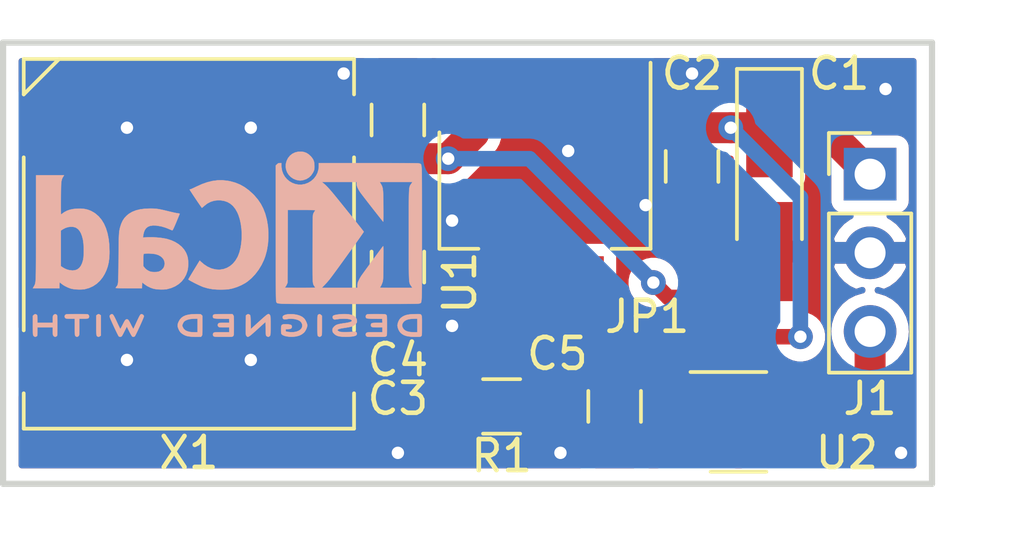
<source format=kicad_pcb>
(kicad_pcb (version 20170920) (host pcbnew no-vcs-found-6e440ff~60~ubuntu17.04.1)

  (general
    (thickness 1.6)
    (drawings 4)
    (tracks 53)
    (zones 0)
    (modules 12)
    (nets 9)
  )

  (page A4)
  (title_block
    (title "TCXO Buffer")
    (date 2017-09-30)
    (rev 1)
    (company JR-Elektronika)
  )

  (layers
    (0 F.Cu signal)
    (31 B.Cu signal)
    (32 B.Adhes user)
    (33 F.Adhes user)
    (34 B.Paste user)
    (35 F.Paste user)
    (36 B.SilkS user)
    (37 F.SilkS user)
    (38 B.Mask user)
    (39 F.Mask user)
    (40 Dwgs.User user)
    (41 Cmts.User user)
    (42 Eco1.User user)
    (43 Eco2.User user)
    (44 Edge.Cuts user)
    (45 Margin user)
    (46 B.CrtYd user)
    (47 F.CrtYd user)
    (48 B.Fab user)
    (49 F.Fab user)
  )

  (setup
    (last_trace_width 1)
    (user_trace_width 0.5)
    (user_trace_width 1)
    (trace_clearance 0.2)
    (zone_clearance 0.4)
    (zone_45_only no)
    (trace_min 0.2)
    (segment_width 0.2)
    (edge_width 0.15)
    (via_size 0.8)
    (via_drill 0.4)
    (via_min_size 0.4)
    (via_min_drill 0.3)
    (uvia_size 0.3)
    (uvia_drill 0.1)
    (uvias_allowed no)
    (uvia_min_size 0.2)
    (uvia_min_drill 0.1)
    (pcb_text_width 0.3)
    (pcb_text_size 1.5 1.5)
    (mod_edge_width 0.15)
    (mod_text_size 1 1)
    (mod_text_width 0.15)
    (pad_size 1.524 1.524)
    (pad_drill 0.762)
    (pad_to_mask_clearance 0.2)
    (aux_axis_origin 0 0)
    (visible_elements FFFFFF7F)
    (pcbplotparams
      (layerselection 0x00030_ffffffff)
      (usegerberextensions false)
      (usegerberattributes true)
      (usegerberadvancedattributes true)
      (creategerberjobfile true)
      (excludeedgelayer true)
      (linewidth 0.100000)
      (plotframeref false)
      (viasonmask false)
      (mode 1)
      (useauxorigin false)
      (hpglpennumber 1)
      (hpglpenspeed 20)
      (hpglpendiameter 15)
      (psnegative false)
      (psa4output false)
      (plotreference true)
      (plotvalue true)
      (plotinvisibletext false)
      (padsonsilk false)
      (subtractmaskfromsilk false)
      (outputformat 1)
      (mirror false)
      (drillshape 1)
      (scaleselection 1)
      (outputdirectory ""))
  )

  (net 0 "")
  (net 1 +5V)
  (net 2 +3V3)
  (net 3 GND)
  (net 4 VCC)
  (net 5 /HF_OUT)
  (net 6 "Net-(R1-Pad1)")
  (net 7 "Net-(R1-Pad2)")
  (net 8 "Net-(X1-Pad1)")

  (net_class Default "To jest domyślna klasa połączeń."
    (clearance 0.2)
    (trace_width 0.25)
    (via_dia 0.8)
    (via_drill 0.4)
    (uvia_dia 0.3)
    (uvia_drill 0.1)
    (add_net +3V3)
    (add_net +5V)
    (add_net /HF_OUT)
    (add_net GND)
    (add_net "Net-(R1-Pad1)")
    (add_net "Net-(R1-Pad2)")
    (add_net "Net-(X1-Pad1)")
    (add_net VCC)
  )

  (module Symbols:KiCad-Logo2_6mm_SilkScreen (layer B.Cu) (tedit 0) (tstamp 59D065C4)
    (at 102.25 60.25 180)
    (descr "KiCad Logo")
    (tags "Logo KiCad")
    (attr virtual)
    (fp_text reference REF*** (at 0 0 180) (layer B.SilkS) hide
      (effects (font (size 1 1) (thickness 0.15)) (justify mirror))
    )
    (fp_text value KiCad-Logo2_6mm_SilkScreen (at 0.75 0 180) (layer B.Fab) hide
      (effects (font (size 1 1) (thickness 0.15)) (justify mirror))
    )
    (fp_poly (pts (xy -6.121371 -2.269066) (xy -6.081889 -2.269467) (xy -5.9662 -2.272259) (xy -5.869311 -2.28055)
      (xy -5.787919 -2.295232) (xy -5.718723 -2.317193) (xy -5.65842 -2.347322) (xy -5.603708 -2.38651)
      (xy -5.584167 -2.403532) (xy -5.55175 -2.443363) (xy -5.52252 -2.497413) (xy -5.499991 -2.557323)
      (xy -5.487679 -2.614739) (xy -5.4864 -2.635956) (xy -5.494417 -2.694769) (xy -5.515899 -2.759013)
      (xy -5.546999 -2.819821) (xy -5.583866 -2.86833) (xy -5.589854 -2.874182) (xy -5.640579 -2.915321)
      (xy -5.696125 -2.947435) (xy -5.759696 -2.971365) (xy -5.834494 -2.987953) (xy -5.923722 -2.998041)
      (xy -6.030582 -3.002469) (xy -6.079528 -3.002845) (xy -6.141762 -3.002545) (xy -6.185528 -3.001292)
      (xy -6.214931 -2.998554) (xy -6.234079 -2.993801) (xy -6.247077 -2.986501) (xy -6.254045 -2.980267)
      (xy -6.260626 -2.972694) (xy -6.265788 -2.962924) (xy -6.269703 -2.94834) (xy -6.272543 -2.926326)
      (xy -6.27448 -2.894264) (xy -6.275684 -2.849536) (xy -6.276328 -2.789526) (xy -6.276583 -2.711617)
      (xy -6.276622 -2.635956) (xy -6.27687 -2.535041) (xy -6.276817 -2.454427) (xy -6.275857 -2.415822)
      (xy -6.129867 -2.415822) (xy -6.129867 -2.856089) (xy -6.036734 -2.856004) (xy -5.980693 -2.854396)
      (xy -5.921999 -2.850256) (xy -5.873028 -2.844464) (xy -5.871538 -2.844226) (xy -5.792392 -2.82509)
      (xy -5.731002 -2.795287) (xy -5.684305 -2.752878) (xy -5.654635 -2.706961) (xy -5.636353 -2.656026)
      (xy -5.637771 -2.6082) (xy -5.658988 -2.556933) (xy -5.700489 -2.503899) (xy -5.757998 -2.4646)
      (xy -5.83275 -2.438331) (xy -5.882708 -2.429035) (xy -5.939416 -2.422507) (xy -5.999519 -2.417782)
      (xy -6.050639 -2.415817) (xy -6.053667 -2.415808) (xy -6.129867 -2.415822) (xy -6.275857 -2.415822)
      (xy -6.27526 -2.391851) (xy -6.270998 -2.345055) (xy -6.26283 -2.311778) (xy -6.249556 -2.289759)
      (xy -6.229974 -2.276739) (xy -6.202883 -2.270457) (xy -6.167082 -2.268653) (xy -6.121371 -2.269066)) (layer B.SilkS) (width 0.01))
    (fp_poly (pts (xy -4.712794 -2.269146) (xy -4.643386 -2.269518) (xy -4.590997 -2.270385) (xy -4.552847 -2.271946)
      (xy -4.526159 -2.274403) (xy -4.508153 -2.277957) (xy -4.496049 -2.28281) (xy -4.487069 -2.289161)
      (xy -4.483818 -2.292084) (xy -4.464043 -2.323142) (xy -4.460482 -2.358828) (xy -4.473491 -2.39051)
      (xy -4.479506 -2.396913) (xy -4.489235 -2.403121) (xy -4.504901 -2.40791) (xy -4.529408 -2.411514)
      (xy -4.565661 -2.414164) (xy -4.616565 -2.416095) (xy -4.685026 -2.417539) (xy -4.747617 -2.418418)
      (xy -4.995334 -2.421467) (xy -4.998719 -2.486378) (xy -5.002105 -2.551289) (xy -4.833958 -2.551289)
      (xy -4.760959 -2.551919) (xy -4.707517 -2.554553) (xy -4.670628 -2.560309) (xy -4.647288 -2.570304)
      (xy -4.634494 -2.585656) (xy -4.629242 -2.607482) (xy -4.628445 -2.627738) (xy -4.630923 -2.652592)
      (xy -4.640277 -2.670906) (xy -4.659383 -2.683637) (xy -4.691118 -2.691741) (xy -4.738359 -2.696176)
      (xy -4.803983 -2.697899) (xy -4.839801 -2.698045) (xy -5.000978 -2.698045) (xy -5.000978 -2.856089)
      (xy -4.752622 -2.856089) (xy -4.671213 -2.856202) (xy -4.609342 -2.856712) (xy -4.563968 -2.85787)
      (xy -4.532054 -2.85993) (xy -4.510559 -2.863146) (xy -4.496443 -2.867772) (xy -4.486668 -2.874059)
      (xy -4.481689 -2.878667) (xy -4.46461 -2.90556) (xy -4.459111 -2.929467) (xy -4.466963 -2.958667)
      (xy -4.481689 -2.980267) (xy -4.489546 -2.987066) (xy -4.499688 -2.992346) (xy -4.514844 -2.996298)
      (xy -4.537741 -2.999113) (xy -4.571109 -3.000982) (xy -4.617675 -3.002098) (xy -4.680167 -3.002651)
      (xy -4.761314 -3.002833) (xy -4.803422 -3.002845) (xy -4.893598 -3.002765) (xy -4.963924 -3.002398)
      (xy -5.017129 -3.001552) (xy -5.05594 -3.000036) (xy -5.083087 -2.997659) (xy -5.101298 -2.994229)
      (xy -5.1133 -2.989554) (xy -5.121822 -2.983444) (xy -5.125156 -2.980267) (xy -5.131755 -2.97267)
      (xy -5.136927 -2.96287) (xy -5.140846 -2.948239) (xy -5.143684 -2.926152) (xy -5.145615 -2.893982)
      (xy -5.146812 -2.849103) (xy -5.147448 -2.788889) (xy -5.147697 -2.710713) (xy -5.147734 -2.637923)
      (xy -5.1477 -2.544707) (xy -5.147465 -2.471431) (xy -5.14683 -2.415458) (xy -5.145594 -2.374151)
      (xy -5.143556 -2.344872) (xy -5.140517 -2.324984) (xy -5.136277 -2.31185) (xy -5.130635 -2.302832)
      (xy -5.123391 -2.295293) (xy -5.121606 -2.293612) (xy -5.112945 -2.286172) (xy -5.102882 -2.280409)
      (xy -5.088625 -2.276112) (xy -5.067383 -2.273064) (xy -5.036364 -2.271051) (xy -4.992777 -2.26986)
      (xy -4.933831 -2.269275) (xy -4.856734 -2.269083) (xy -4.802001 -2.269067) (xy -4.712794 -2.269146)) (layer B.SilkS) (width 0.01))
    (fp_poly (pts (xy -3.691703 -2.270351) (xy -3.616888 -2.275581) (xy -3.547306 -2.28375) (xy -3.487002 -2.29455)
      (xy -3.44002 -2.307673) (xy -3.410406 -2.322813) (xy -3.40586 -2.327269) (xy -3.390054 -2.36185)
      (xy -3.394847 -2.397351) (xy -3.419364 -2.427725) (xy -3.420534 -2.428596) (xy -3.434954 -2.437954)
      (xy -3.450008 -2.442876) (xy -3.471005 -2.443473) (xy -3.503257 -2.439861) (xy -3.552073 -2.432154)
      (xy -3.556 -2.431505) (xy -3.628739 -2.422569) (xy -3.707217 -2.418161) (xy -3.785927 -2.418119)
      (xy -3.859361 -2.422279) (xy -3.922011 -2.430479) (xy -3.96837 -2.442557) (xy -3.971416 -2.443771)
      (xy -4.005048 -2.462615) (xy -4.016864 -2.481685) (xy -4.007614 -2.500439) (xy -3.978047 -2.518337)
      (xy -3.928911 -2.534837) (xy -3.860957 -2.549396) (xy -3.815645 -2.556406) (xy -3.721456 -2.569889)
      (xy -3.646544 -2.582214) (xy -3.587717 -2.594449) (xy -3.541785 -2.607661) (xy -3.505555 -2.622917)
      (xy -3.475838 -2.641285) (xy -3.449442 -2.663831) (xy -3.42823 -2.685971) (xy -3.403065 -2.716819)
      (xy -3.390681 -2.743345) (xy -3.386808 -2.776026) (xy -3.386667 -2.787995) (xy -3.389576 -2.827712)
      (xy -3.401202 -2.857259) (xy -3.421323 -2.883486) (xy -3.462216 -2.923576) (xy -3.507817 -2.954149)
      (xy -3.561513 -2.976203) (xy -3.626692 -2.990735) (xy -3.706744 -2.998741) (xy -3.805057 -3.001218)
      (xy -3.821289 -3.001177) (xy -3.886849 -2.999818) (xy -3.951866 -2.99673) (xy -4.009252 -2.992356)
      (xy -4.051922 -2.98714) (xy -4.055372 -2.986541) (xy -4.097796 -2.976491) (xy -4.13378 -2.963796)
      (xy -4.15415 -2.95219) (xy -4.173107 -2.921572) (xy -4.174427 -2.885918) (xy -4.158085 -2.854144)
      (xy -4.154429 -2.850551) (xy -4.139315 -2.839876) (xy -4.120415 -2.835276) (xy -4.091162 -2.836059)
      (xy -4.055651 -2.840127) (xy -4.01597 -2.843762) (xy -3.960345 -2.846828) (xy -3.895406 -2.849053)
      (xy -3.827785 -2.850164) (xy -3.81 -2.850237) (xy -3.742128 -2.849964) (xy -3.692454 -2.848646)
      (xy -3.65661 -2.845827) (xy -3.630224 -2.84105) (xy -3.608926 -2.833857) (xy -3.596126 -2.827867)
      (xy -3.568 -2.811233) (xy -3.550068 -2.796168) (xy -3.547447 -2.791897) (xy -3.552976 -2.774263)
      (xy -3.57926 -2.757192) (xy -3.624478 -2.741458) (xy -3.686808 -2.727838) (xy -3.705171 -2.724804)
      (xy -3.80109 -2.709738) (xy -3.877641 -2.697146) (xy -3.93778 -2.686111) (xy -3.98446 -2.67572)
      (xy -4.020637 -2.665056) (xy -4.049265 -2.653205) (xy -4.073298 -2.639251) (xy -4.095692 -2.622281)
      (xy -4.119402 -2.601378) (xy -4.12738 -2.594049) (xy -4.155353 -2.566699) (xy -4.17016 -2.545029)
      (xy -4.175952 -2.520232) (xy -4.176889 -2.488983) (xy -4.166575 -2.427705) (xy -4.135752 -2.37564)
      (xy -4.084595 -2.332958) (xy -4.013283 -2.299825) (xy -3.9624 -2.284964) (xy -3.9071 -2.275366)
      (xy -3.840853 -2.269936) (xy -3.767706 -2.268367) (xy -3.691703 -2.270351)) (layer B.SilkS) (width 0.01))
    (fp_poly (pts (xy -2.923822 -2.291645) (xy -2.917242 -2.299218) (xy -2.912079 -2.308987) (xy -2.908164 -2.323571)
      (xy -2.905324 -2.345585) (xy -2.903387 -2.377648) (xy -2.902183 -2.422375) (xy -2.901539 -2.482385)
      (xy -2.901284 -2.560294) (xy -2.901245 -2.635956) (xy -2.901314 -2.729802) (xy -2.901638 -2.803689)
      (xy -2.902386 -2.860232) (xy -2.903732 -2.902049) (xy -2.905846 -2.931757) (xy -2.9089 -2.951973)
      (xy -2.913066 -2.965314) (xy -2.918516 -2.974398) (xy -2.923822 -2.980267) (xy -2.956826 -2.999947)
      (xy -2.991991 -2.998181) (xy -3.023455 -2.976717) (xy -3.030684 -2.968337) (xy -3.036334 -2.958614)
      (xy -3.040599 -2.944861) (xy -3.043673 -2.924389) (xy -3.045752 -2.894512) (xy -3.04703 -2.852541)
      (xy -3.047701 -2.795789) (xy -3.047959 -2.721567) (xy -3.048 -2.637537) (xy -3.048 -2.324485)
      (xy -3.020291 -2.296776) (xy -2.986137 -2.273463) (xy -2.953006 -2.272623) (xy -2.923822 -2.291645)) (layer B.SilkS) (width 0.01))
    (fp_poly (pts (xy -1.950081 -2.274599) (xy -1.881565 -2.286095) (xy -1.828943 -2.303967) (xy -1.794708 -2.327499)
      (xy -1.785379 -2.340924) (xy -1.775893 -2.372148) (xy -1.782277 -2.400395) (xy -1.80243 -2.427182)
      (xy -1.833745 -2.439713) (xy -1.879183 -2.438696) (xy -1.914326 -2.431906) (xy -1.992419 -2.418971)
      (xy -2.072226 -2.417742) (xy -2.161555 -2.428241) (xy -2.186229 -2.43269) (xy -2.269291 -2.456108)
      (xy -2.334273 -2.490945) (xy -2.380461 -2.536604) (xy -2.407145 -2.592494) (xy -2.412663 -2.621388)
      (xy -2.409051 -2.680012) (xy -2.385729 -2.731879) (xy -2.344824 -2.775978) (xy -2.288459 -2.811299)
      (xy -2.21876 -2.836829) (xy -2.137852 -2.851559) (xy -2.04786 -2.854478) (xy -1.95091 -2.844575)
      (xy -1.945436 -2.843641) (xy -1.906875 -2.836459) (xy -1.885494 -2.829521) (xy -1.876227 -2.819227)
      (xy -1.874006 -2.801976) (xy -1.873956 -2.792841) (xy -1.873956 -2.754489) (xy -1.942431 -2.754489)
      (xy -2.0029 -2.750347) (xy -2.044165 -2.737147) (xy -2.068175 -2.71373) (xy -2.076877 -2.678936)
      (xy -2.076983 -2.674394) (xy -2.071892 -2.644654) (xy -2.054433 -2.623419) (xy -2.021939 -2.609366)
      (xy -1.971743 -2.601173) (xy -1.923123 -2.598161) (xy -1.852456 -2.596433) (xy -1.801198 -2.59907)
      (xy -1.766239 -2.6088) (xy -1.74447 -2.628353) (xy -1.73278 -2.660456) (xy -1.72806 -2.707838)
      (xy -1.7272 -2.770071) (xy -1.728609 -2.839535) (xy -1.732848 -2.886786) (xy -1.739936 -2.912012)
      (xy -1.741311 -2.913988) (xy -1.780228 -2.945508) (xy -1.837286 -2.97047) (xy -1.908869 -2.98834)
      (xy -1.991358 -2.998586) (xy -2.081139 -3.000673) (xy -2.174592 -2.994068) (xy -2.229556 -2.985956)
      (xy -2.315766 -2.961554) (xy -2.395892 -2.921662) (xy -2.462977 -2.869887) (xy -2.473173 -2.859539)
      (xy -2.506302 -2.816035) (xy -2.536194 -2.762118) (xy -2.559357 -2.705592) (xy -2.572298 -2.654259)
      (xy -2.573858 -2.634544) (xy -2.567218 -2.593419) (xy -2.549568 -2.542252) (xy -2.524297 -2.488394)
      (xy -2.494789 -2.439195) (xy -2.468719 -2.406334) (xy -2.407765 -2.357452) (xy -2.328969 -2.318545)
      (xy -2.235157 -2.290494) (xy -2.12915 -2.274179) (xy -2.032 -2.270192) (xy -1.950081 -2.274599)) (layer B.SilkS) (width 0.01))
    (fp_poly (pts (xy -1.300114 -2.273448) (xy -1.276548 -2.287273) (xy -1.245735 -2.309881) (xy -1.206078 -2.342338)
      (xy -1.15598 -2.385708) (xy -1.093843 -2.441058) (xy -1.018072 -2.509451) (xy -0.931334 -2.588084)
      (xy -0.750711 -2.751878) (xy -0.745067 -2.532029) (xy -0.743029 -2.456351) (xy -0.741063 -2.399994)
      (xy -0.738734 -2.359706) (xy -0.735606 -2.332235) (xy -0.731245 -2.314329) (xy -0.725216 -2.302737)
      (xy -0.717084 -2.294208) (xy -0.712772 -2.290623) (xy -0.678241 -2.27167) (xy -0.645383 -2.274441)
      (xy -0.619318 -2.290633) (xy -0.592667 -2.312199) (xy -0.589352 -2.627151) (xy -0.588435 -2.719779)
      (xy -0.587968 -2.792544) (xy -0.588113 -2.848161) (xy -0.589032 -2.889342) (xy -0.590887 -2.918803)
      (xy -0.593839 -2.939255) (xy -0.59805 -2.953413) (xy -0.603682 -2.963991) (xy -0.609927 -2.972474)
      (xy -0.623439 -2.988207) (xy -0.636883 -2.998636) (xy -0.652124 -3.002639) (xy -0.671026 -2.999094)
      (xy -0.695455 -2.986879) (xy -0.727273 -2.964871) (xy -0.768348 -2.931949) (xy -0.820542 -2.886991)
      (xy -0.885722 -2.828875) (xy -0.959556 -2.762099) (xy -1.224845 -2.521458) (xy -1.230489 -2.740589)
      (xy -1.232531 -2.816128) (xy -1.234502 -2.872354) (xy -1.236839 -2.912524) (xy -1.239981 -2.939896)
      (xy -1.244364 -2.957728) (xy -1.250424 -2.969279) (xy -1.2586 -2.977807) (xy -1.262784 -2.981282)
      (xy -1.299765 -3.000372) (xy -1.334708 -2.997493) (xy -1.365136 -2.9731) (xy -1.372097 -2.963286)
      (xy -1.377523 -2.951826) (xy -1.381603 -2.935968) (xy -1.384529 -2.912963) (xy -1.386492 -2.880062)
      (xy -1.387683 -2.834516) (xy -1.388292 -2.773573) (xy -1.388511 -2.694486) (xy -1.388534 -2.635956)
      (xy -1.38846 -2.544407) (xy -1.388113 -2.472687) (xy -1.387301 -2.418045) (xy -1.385833 -2.377732)
      (xy -1.383519 -2.348998) (xy -1.380167 -2.329093) (xy -1.375588 -2.315268) (xy -1.369589 -2.304772)
      (xy -1.365136 -2.298811) (xy -1.35385 -2.284691) (xy -1.343301 -2.274029) (xy -1.331893 -2.267892)
      (xy -1.31803 -2.267343) (xy -1.300114 -2.273448)) (layer B.SilkS) (width 0.01))
    (fp_poly (pts (xy 0.230343 -2.26926) (xy 0.306701 -2.270174) (xy 0.365217 -2.272311) (xy 0.408255 -2.276175)
      (xy 0.438183 -2.282267) (xy 0.457368 -2.29109) (xy 0.468176 -2.303146) (xy 0.472973 -2.318939)
      (xy 0.474127 -2.33897) (xy 0.474133 -2.341335) (xy 0.473131 -2.363992) (xy 0.468396 -2.381503)
      (xy 0.457333 -2.394574) (xy 0.437348 -2.403913) (xy 0.405846 -2.410227) (xy 0.360232 -2.414222)
      (xy 0.297913 -2.416606) (xy 0.216293 -2.418086) (xy 0.191277 -2.418414) (xy -0.0508 -2.421467)
      (xy -0.054186 -2.486378) (xy -0.057571 -2.551289) (xy 0.110576 -2.551289) (xy 0.176266 -2.551531)
      (xy 0.223172 -2.552556) (xy 0.255083 -2.554811) (xy 0.275791 -2.558742) (xy 0.289084 -2.564798)
      (xy 0.298755 -2.573424) (xy 0.298817 -2.573493) (xy 0.316356 -2.607112) (xy 0.315722 -2.643448)
      (xy 0.297314 -2.674423) (xy 0.293671 -2.677607) (xy 0.280741 -2.685812) (xy 0.263024 -2.691521)
      (xy 0.23657 -2.695162) (xy 0.197432 -2.697167) (xy 0.141662 -2.697964) (xy 0.105994 -2.698045)
      (xy -0.056445 -2.698045) (xy -0.056445 -2.856089) (xy 0.190161 -2.856089) (xy 0.27158 -2.856231)
      (xy 0.33341 -2.856814) (xy 0.378637 -2.858068) (xy 0.410248 -2.860227) (xy 0.431231 -2.863523)
      (xy 0.444573 -2.868189) (xy 0.453261 -2.874457) (xy 0.45545 -2.876733) (xy 0.471614 -2.90828)
      (xy 0.472797 -2.944168) (xy 0.459536 -2.975285) (xy 0.449043 -2.985271) (xy 0.438129 -2.990769)
      (xy 0.421217 -2.995022) (xy 0.395633 -2.99818) (xy 0.358701 -3.000392) (xy 0.307746 -3.001806)
      (xy 0.240094 -3.002572) (xy 0.153069 -3.002838) (xy 0.133394 -3.002845) (xy 0.044911 -3.002787)
      (xy -0.023773 -3.002467) (xy -0.075436 -3.001667) (xy -0.112855 -3.000167) (xy -0.13881 -2.997749)
      (xy -0.156078 -2.994194) (xy -0.167438 -2.989282) (xy -0.175668 -2.982795) (xy -0.180183 -2.978138)
      (xy -0.186979 -2.969889) (xy -0.192288 -2.959669) (xy -0.196294 -2.9448) (xy -0.199179 -2.922602)
      (xy -0.201126 -2.890393) (xy -0.202319 -2.845496) (xy -0.202939 -2.785228) (xy -0.203171 -2.706911)
      (xy -0.2032 -2.640994) (xy -0.203129 -2.548628) (xy -0.202792 -2.476117) (xy -0.202002 -2.420737)
      (xy -0.200574 -2.379765) (xy -0.198321 -2.350478) (xy -0.195057 -2.330153) (xy -0.190596 -2.316066)
      (xy -0.184752 -2.305495) (xy -0.179803 -2.298811) (xy -0.156406 -2.269067) (xy 0.133774 -2.269067)
      (xy 0.230343 -2.26926)) (layer B.SilkS) (width 0.01))
    (fp_poly (pts (xy 1.018309 -2.269275) (xy 1.147288 -2.273636) (xy 1.256991 -2.286861) (xy 1.349226 -2.309741)
      (xy 1.425802 -2.34307) (xy 1.488527 -2.387638) (xy 1.539212 -2.444236) (xy 1.579663 -2.513658)
      (xy 1.580459 -2.515351) (xy 1.604601 -2.577483) (xy 1.613203 -2.632509) (xy 1.606231 -2.687887)
      (xy 1.583654 -2.751073) (xy 1.579372 -2.760689) (xy 1.550172 -2.816966) (xy 1.517356 -2.860451)
      (xy 1.475002 -2.897417) (xy 1.41719 -2.934135) (xy 1.413831 -2.936052) (xy 1.363504 -2.960227)
      (xy 1.306621 -2.978282) (xy 1.239527 -2.990839) (xy 1.158565 -2.998522) (xy 1.060082 -3.001953)
      (xy 1.025286 -3.002251) (xy 0.859594 -3.002845) (xy 0.836197 -2.9731) (xy 0.829257 -2.963319)
      (xy 0.823842 -2.951897) (xy 0.819765 -2.936095) (xy 0.816837 -2.913175) (xy 0.814867 -2.880396)
      (xy 0.814225 -2.856089) (xy 0.970844 -2.856089) (xy 1.064726 -2.856089) (xy 1.119664 -2.854483)
      (xy 1.17606 -2.850255) (xy 1.222345 -2.844292) (xy 1.225139 -2.84379) (xy 1.307348 -2.821736)
      (xy 1.371114 -2.7886) (xy 1.418452 -2.742847) (xy 1.451382 -2.682939) (xy 1.457108 -2.667061)
      (xy 1.462721 -2.642333) (xy 1.460291 -2.617902) (xy 1.448467 -2.5854) (xy 1.44134 -2.569434)
      (xy 1.418 -2.527006) (xy 1.38988 -2.49724) (xy 1.35894 -2.476511) (xy 1.296966 -2.449537)
      (xy 1.217651 -2.429998) (xy 1.125253 -2.418746) (xy 1.058333 -2.41627) (xy 0.970844 -2.415822)
      (xy 0.970844 -2.856089) (xy 0.814225 -2.856089) (xy 0.813668 -2.835021) (xy 0.81305 -2.774311)
      (xy 0.812825 -2.695526) (xy 0.8128 -2.63392) (xy 0.8128 -2.324485) (xy 0.840509 -2.296776)
      (xy 0.852806 -2.285544) (xy 0.866103 -2.277853) (xy 0.884672 -2.27304) (xy 0.912786 -2.270446)
      (xy 0.954717 -2.26941) (xy 1.014737 -2.26927) (xy 1.018309 -2.269275)) (layer B.SilkS) (width 0.01))
    (fp_poly (pts (xy 3.744665 -2.271034) (xy 3.764255 -2.278035) (xy 3.76501 -2.278377) (xy 3.791613 -2.298678)
      (xy 3.80627 -2.319561) (xy 3.809138 -2.329352) (xy 3.808996 -2.342361) (xy 3.804961 -2.360895)
      (xy 3.796146 -2.387257) (xy 3.781669 -2.423752) (xy 3.760645 -2.472687) (xy 3.732188 -2.536365)
      (xy 3.695415 -2.617093) (xy 3.675175 -2.661216) (xy 3.638625 -2.739985) (xy 3.604315 -2.812423)
      (xy 3.573552 -2.87588) (xy 3.547648 -2.927708) (xy 3.52791 -2.965259) (xy 3.51565 -2.985884)
      (xy 3.513224 -2.988733) (xy 3.482183 -3.001302) (xy 3.447121 -2.999619) (xy 3.419 -2.984332)
      (xy 3.417854 -2.983089) (xy 3.406668 -2.966154) (xy 3.387904 -2.93317) (xy 3.363875 -2.88838)
      (xy 3.336897 -2.836032) (xy 3.327201 -2.816742) (xy 3.254014 -2.67015) (xy 3.17424 -2.829393)
      (xy 3.145767 -2.884415) (xy 3.11935 -2.932132) (xy 3.097148 -2.968893) (xy 3.081319 -2.991044)
      (xy 3.075954 -2.995741) (xy 3.034257 -3.002102) (xy 2.999849 -2.988733) (xy 2.989728 -2.974446)
      (xy 2.972214 -2.942692) (xy 2.948735 -2.896597) (xy 2.92072 -2.839285) (xy 2.889599 -2.77388)
      (xy 2.856799 -2.703507) (xy 2.82375 -2.631291) (xy 2.791881 -2.560355) (xy 2.762619 -2.493825)
      (xy 2.737395 -2.434826) (xy 2.717636 -2.386481) (xy 2.704772 -2.351915) (xy 2.700231 -2.334253)
      (xy 2.700277 -2.333613) (xy 2.711326 -2.311388) (xy 2.73341 -2.288753) (xy 2.73471 -2.287768)
      (xy 2.761853 -2.272425) (xy 2.786958 -2.272574) (xy 2.796368 -2.275466) (xy 2.807834 -2.281718)
      (xy 2.82001 -2.294014) (xy 2.834357 -2.314908) (xy 2.852336 -2.346949) (xy 2.875407 -2.392688)
      (xy 2.90503 -2.454677) (xy 2.931745 -2.511898) (xy 2.96248 -2.578226) (xy 2.990021 -2.637874)
      (xy 3.012938 -2.687725) (xy 3.029798 -2.724664) (xy 3.039173 -2.745573) (xy 3.04054 -2.748845)
      (xy 3.046689 -2.743497) (xy 3.060822 -2.721109) (xy 3.081057 -2.684946) (xy 3.105515 -2.638277)
      (xy 3.115248 -2.619022) (xy 3.148217 -2.554004) (xy 3.173643 -2.506654) (xy 3.193612 -2.474219)
      (xy 3.21021 -2.453946) (xy 3.225524 -2.443082) (xy 3.24164 -2.438875) (xy 3.252143 -2.4384)
      (xy 3.27067 -2.440042) (xy 3.286904 -2.446831) (xy 3.303035 -2.461566) (xy 3.321251 -2.487044)
      (xy 3.343739 -2.526061) (xy 3.372689 -2.581414) (xy 3.388662 -2.612903) (xy 3.41457 -2.663087)
      (xy 3.437167 -2.704704) (xy 3.454458 -2.734242) (xy 3.46445 -2.748189) (xy 3.465809 -2.74877)
      (xy 3.472261 -2.737793) (xy 3.486708 -2.70929) (xy 3.507703 -2.666244) (xy 3.533797 -2.611638)
      (xy 3.563546 -2.548454) (xy 3.57818 -2.517071) (xy 3.61625 -2.436078) (xy 3.646905 -2.373756)
      (xy 3.671737 -2.328071) (xy 3.692337 -2.296989) (xy 3.710298 -2.278478) (xy 3.72721 -2.270504)
      (xy 3.744665 -2.271034)) (layer B.SilkS) (width 0.01))
    (fp_poly (pts (xy 4.188614 -2.275877) (xy 4.212327 -2.290647) (xy 4.238978 -2.312227) (xy 4.238978 -2.633773)
      (xy 4.238893 -2.72783) (xy 4.238529 -2.801932) (xy 4.237724 -2.858704) (xy 4.236313 -2.900768)
      (xy 4.234133 -2.930748) (xy 4.231021 -2.951267) (xy 4.226814 -2.964949) (xy 4.221348 -2.974416)
      (xy 4.217472 -2.979082) (xy 4.186034 -2.999575) (xy 4.150233 -2.998739) (xy 4.118873 -2.981264)
      (xy 4.092222 -2.959684) (xy 4.092222 -2.312227) (xy 4.118873 -2.290647) (xy 4.144594 -2.274949)
      (xy 4.1656 -2.269067) (xy 4.188614 -2.275877)) (layer B.SilkS) (width 0.01))
    (fp_poly (pts (xy 4.963065 -2.269163) (xy 5.041772 -2.269542) (xy 5.102863 -2.270333) (xy 5.148817 -2.27167)
      (xy 5.182114 -2.273683) (xy 5.205236 -2.276506) (xy 5.220662 -2.280269) (xy 5.230871 -2.285105)
      (xy 5.235813 -2.288822) (xy 5.261457 -2.321358) (xy 5.264559 -2.355138) (xy 5.248711 -2.385826)
      (xy 5.238348 -2.398089) (xy 5.227196 -2.40645) (xy 5.211035 -2.411657) (xy 5.185642 -2.414457)
      (xy 5.146798 -2.415596) (xy 5.09028 -2.415821) (xy 5.07918 -2.415822) (xy 4.933244 -2.415822)
      (xy 4.933244 -2.686756) (xy 4.933148 -2.772154) (xy 4.932711 -2.837864) (xy 4.931712 -2.886774)
      (xy 4.929928 -2.921773) (xy 4.927137 -2.945749) (xy 4.923117 -2.961593) (xy 4.917645 -2.972191)
      (xy 4.910666 -2.980267) (xy 4.877734 -3.000112) (xy 4.843354 -2.998548) (xy 4.812176 -2.975906)
      (xy 4.809886 -2.9731) (xy 4.802429 -2.962492) (xy 4.796747 -2.950081) (xy 4.792601 -2.93285)
      (xy 4.78975 -2.907784) (xy 4.787954 -2.871867) (xy 4.786972 -2.822083) (xy 4.786564 -2.755417)
      (xy 4.786489 -2.679589) (xy 4.786489 -2.415822) (xy 4.647127 -2.415822) (xy 4.587322 -2.415418)
      (xy 4.545918 -2.41384) (xy 4.518748 -2.410547) (xy 4.501646 -2.404992) (xy 4.490443 -2.396631)
      (xy 4.489083 -2.395178) (xy 4.472725 -2.361939) (xy 4.474172 -2.324362) (xy 4.492978 -2.291645)
      (xy 4.50025 -2.285298) (xy 4.509627 -2.280266) (xy 4.523609 -2.276396) (xy 4.544696 -2.273537)
      (xy 4.575389 -2.271535) (xy 4.618189 -2.270239) (xy 4.675595 -2.269498) (xy 4.75011 -2.269158)
      (xy 4.844233 -2.269068) (xy 4.86426 -2.269067) (xy 4.963065 -2.269163)) (layer B.SilkS) (width 0.01))
    (fp_poly (pts (xy 6.228823 -2.274533) (xy 6.260202 -2.296776) (xy 6.287911 -2.324485) (xy 6.287911 -2.63392)
      (xy 6.287838 -2.725799) (xy 6.287495 -2.79784) (xy 6.286692 -2.85278) (xy 6.285241 -2.89336)
      (xy 6.282952 -2.922317) (xy 6.279636 -2.942391) (xy 6.275105 -2.956321) (xy 6.269169 -2.966845)
      (xy 6.264514 -2.9731) (xy 6.233783 -2.997673) (xy 6.198496 -3.000341) (xy 6.166245 -2.985271)
      (xy 6.155588 -2.976374) (xy 6.148464 -2.964557) (xy 6.144167 -2.945526) (xy 6.141991 -2.914992)
      (xy 6.141228 -2.868662) (xy 6.141155 -2.832871) (xy 6.141155 -2.698045) (xy 5.644444 -2.698045)
      (xy 5.644444 -2.8207) (xy 5.643931 -2.876787) (xy 5.641876 -2.915333) (xy 5.637508 -2.941361)
      (xy 5.630056 -2.959897) (xy 5.621047 -2.9731) (xy 5.590144 -2.997604) (xy 5.555196 -3.000506)
      (xy 5.521738 -2.983089) (xy 5.512604 -2.973959) (xy 5.506152 -2.961855) (xy 5.501897 -2.943001)
      (xy 5.499352 -2.91362) (xy 5.498029 -2.869937) (xy 5.497443 -2.808175) (xy 5.497375 -2.794)
      (xy 5.496891 -2.677631) (xy 5.496641 -2.581727) (xy 5.496723 -2.504177) (xy 5.497231 -2.442869)
      (xy 5.498262 -2.39569) (xy 5.499913 -2.36053) (xy 5.502279 -2.335276) (xy 5.505457 -2.317817)
      (xy 5.509544 -2.306041) (xy 5.514634 -2.297835) (xy 5.520266 -2.291645) (xy 5.552128 -2.271844)
      (xy 5.585357 -2.274533) (xy 5.616735 -2.296776) (xy 5.629433 -2.311126) (xy 5.637526 -2.326978)
      (xy 5.642042 -2.349554) (xy 5.644006 -2.384078) (xy 5.644444 -2.435776) (xy 5.644444 -2.551289)
      (xy 6.141155 -2.551289) (xy 6.141155 -2.432756) (xy 6.141662 -2.378148) (xy 6.143698 -2.341275)
      (xy 6.148035 -2.317307) (xy 6.155447 -2.301415) (xy 6.163733 -2.291645) (xy 6.195594 -2.271844)
      (xy 6.228823 -2.274533)) (layer B.SilkS) (width 0.01))
    (fp_poly (pts (xy -2.9464 2.510946) (xy -2.935535 2.397007) (xy -2.903918 2.289384) (xy -2.853015 2.190385)
      (xy -2.784293 2.102316) (xy -2.699219 2.027484) (xy -2.602232 1.969616) (xy -2.495964 1.929995)
      (xy -2.38895 1.911427) (xy -2.2833 1.912566) (xy -2.181125 1.93207) (xy -2.084534 1.968594)
      (xy -1.995638 2.020795) (xy -1.916546 2.087327) (xy -1.849369 2.166848) (xy -1.796217 2.258013)
      (xy -1.759199 2.359477) (xy -1.740427 2.469898) (xy -1.738489 2.519794) (xy -1.738489 2.607733)
      (xy -1.68656 2.607733) (xy -1.650253 2.604889) (xy -1.623355 2.593089) (xy -1.596249 2.569351)
      (xy -1.557867 2.530969) (xy -1.557867 0.339398) (xy -1.557876 0.077261) (xy -1.557908 -0.163241)
      (xy -1.557972 -0.383048) (xy -1.558076 -0.583101) (xy -1.558227 -0.764344) (xy -1.558434 -0.927716)
      (xy -1.558706 -1.07416) (xy -1.55905 -1.204617) (xy -1.559474 -1.320029) (xy -1.559987 -1.421338)
      (xy -1.560597 -1.509484) (xy -1.561312 -1.58541) (xy -1.56214 -1.650057) (xy -1.563089 -1.704367)
      (xy -1.564167 -1.74928) (xy -1.565383 -1.78574) (xy -1.566745 -1.814687) (xy -1.568261 -1.837063)
      (xy -1.569938 -1.853809) (xy -1.571786 -1.865868) (xy -1.573813 -1.87418) (xy -1.576025 -1.879687)
      (xy -1.577108 -1.881537) (xy -1.581271 -1.888549) (xy -1.584805 -1.894996) (xy -1.588635 -1.9009)
      (xy -1.593682 -1.906286) (xy -1.600871 -1.911178) (xy -1.611123 -1.915598) (xy -1.625364 -1.919572)
      (xy -1.644514 -1.923121) (xy -1.669499 -1.92627) (xy -1.70124 -1.929042) (xy -1.740662 -1.931461)
      (xy -1.788686 -1.933551) (xy -1.846237 -1.935335) (xy -1.914237 -1.936837) (xy -1.99361 -1.93808)
      (xy -2.085279 -1.939089) (xy -2.190166 -1.939885) (xy -2.309196 -1.940494) (xy -2.44329 -1.940939)
      (xy -2.593373 -1.941243) (xy -2.760367 -1.94143) (xy -2.945196 -1.941524) (xy -3.148783 -1.941548)
      (xy -3.37205 -1.941525) (xy -3.615922 -1.94148) (xy -3.881321 -1.941437) (xy -3.919704 -1.941432)
      (xy -4.186682 -1.941389) (xy -4.432002 -1.941318) (xy -4.656583 -1.941213) (xy -4.861345 -1.941066)
      (xy -5.047206 -1.940869) (xy -5.215088 -1.940616) (xy -5.365908 -1.9403) (xy -5.500587 -1.939913)
      (xy -5.620044 -1.939447) (xy -5.725199 -1.938897) (xy -5.816971 -1.938253) (xy -5.896279 -1.937511)
      (xy -5.964043 -1.936661) (xy -6.021182 -1.935697) (xy -6.068617 -1.934611) (xy -6.107266 -1.933397)
      (xy -6.138049 -1.932047) (xy -6.161885 -1.930555) (xy -6.179694 -1.928911) (xy -6.192395 -1.927111)
      (xy -6.200908 -1.925145) (xy -6.205266 -1.923477) (xy -6.213728 -1.919906) (xy -6.221497 -1.91727)
      (xy -6.228602 -1.914634) (xy -6.235073 -1.911062) (xy -6.240939 -1.905621) (xy -6.246229 -1.897375)
      (xy -6.250974 -1.88539) (xy -6.255202 -1.868731) (xy -6.258943 -1.846463) (xy -6.262227 -1.817652)
      (xy -6.265083 -1.781363) (xy -6.26754 -1.736661) (xy -6.269629 -1.682611) (xy -6.271378 -1.618279)
      (xy -6.272817 -1.54273) (xy -6.273976 -1.45503) (xy -6.274883 -1.354243) (xy -6.275569 -1.239434)
      (xy -6.276063 -1.10967) (xy -6.276395 -0.964015) (xy -6.276593 -0.801535) (xy -6.276687 -0.621295)
      (xy -6.276708 -0.42236) (xy -6.276685 -0.203796) (xy -6.276646 0.035332) (xy -6.276622 0.29596)
      (xy -6.276622 0.338111) (xy -6.276636 0.601008) (xy -6.276661 0.842268) (xy -6.276671 1.062835)
      (xy -6.276642 1.263648) (xy -6.276548 1.445651) (xy -6.276362 1.609784) (xy -6.276059 1.756989)
      (xy -6.275614 1.888208) (xy -6.275034 1.998133) (xy -5.972197 1.998133) (xy -5.932407 1.940289)
      (xy -5.921236 1.924521) (xy -5.911166 1.910559) (xy -5.902138 1.897216) (xy -5.894097 1.883307)
      (xy -5.886986 1.867644) (xy -5.880747 1.849042) (xy -5.875325 1.826314) (xy -5.870662 1.798273)
      (xy -5.866701 1.763733) (xy -5.863385 1.721508) (xy -5.860659 1.670411) (xy -5.858464 1.609256)
      (xy -5.856745 1.536856) (xy -5.855444 1.452025) (xy -5.854505 1.353578) (xy -5.85387 1.240326)
      (xy -5.853484 1.111084) (xy -5.853288 0.964666) (xy -5.853227 0.799884) (xy -5.853243 0.615553)
      (xy -5.85328 0.410487) (xy -5.853289 0.287867) (xy -5.853265 0.070918) (xy -5.853231 -0.124642)
      (xy -5.853243 -0.299999) (xy -5.853358 -0.456341) (xy -5.85363 -0.594857) (xy -5.854118 -0.716734)
      (xy -5.854876 -0.82316) (xy -5.855962 -0.915322) (xy -5.857431 -0.994409) (xy -5.85934 -1.061608)
      (xy -5.861744 -1.118107) (xy -5.864701 -1.165093) (xy -5.868266 -1.203755) (xy -5.872495 -1.23528)
      (xy -5.877446 -1.260855) (xy -5.883173 -1.28167) (xy -5.889733 -1.298911) (xy -5.897183 -1.313765)
      (xy -5.905579 -1.327422) (xy -5.914976 -1.341069) (xy -5.925432 -1.355893) (xy -5.931523 -1.364783)
      (xy -5.970296 -1.4224) (xy -5.438732 -1.4224) (xy -5.315483 -1.422365) (xy -5.212987 -1.422215)
      (xy -5.12942 -1.421878) (xy -5.062956 -1.421286) (xy -5.011771 -1.420367) (xy -4.974041 -1.419051)
      (xy -4.94794 -1.417269) (xy -4.931644 -1.414951) (xy -4.923328 -1.412026) (xy -4.921168 -1.408424)
      (xy -4.923339 -1.404075) (xy -4.924535 -1.402645) (xy -4.949685 -1.365573) (xy -4.975583 -1.312772)
      (xy -4.999192 -1.25077) (xy -5.007461 -1.224357) (xy -5.012078 -1.206416) (xy -5.015979 -1.185355)
      (xy -5.019248 -1.159089) (xy -5.021966 -1.125532) (xy -5.024215 -1.082599) (xy -5.026077 -1.028204)
      (xy -5.027636 -0.960262) (xy -5.028972 -0.876688) (xy -5.030169 -0.775395) (xy -5.031308 -0.6543)
      (xy -5.031685 -0.6096) (xy -5.032702 -0.484449) (xy -5.03346 -0.380082) (xy -5.033903 -0.294707)
      (xy -5.03397 -0.226533) (xy -5.033605 -0.173765) (xy -5.032748 -0.134614) (xy -5.031341 -0.107285)
      (xy -5.029325 -0.089986) (xy -5.026643 -0.080926) (xy -5.023236 -0.078312) (xy -5.019044 -0.080351)
      (xy -5.014571 -0.084667) (xy -5.004216 -0.097602) (xy -4.982158 -0.126676) (xy -4.949957 -0.169759)
      (xy -4.909174 -0.224718) (xy -4.86137 -0.289423) (xy -4.808105 -0.361742) (xy -4.75094 -0.439544)
      (xy -4.691437 -0.520698) (xy -4.631155 -0.603072) (xy -4.571655 -0.684536) (xy -4.514498 -0.762957)
      (xy -4.461245 -0.836204) (xy -4.413457 -0.902147) (xy -4.372693 -0.958654) (xy -4.340516 -1.003593)
      (xy -4.318485 -1.034834) (xy -4.313917 -1.041466) (xy -4.290996 -1.078369) (xy -4.264188 -1.126359)
      (xy -4.238789 -1.175897) (xy -4.235568 -1.182577) (xy -4.21389 -1.230772) (xy -4.201304 -1.268334)
      (xy -4.195574 -1.30416) (xy -4.194456 -1.3462) (xy -4.19509 -1.4224) (xy -3.040651 -1.4224)
      (xy -3.131815 -1.328669) (xy -3.178612 -1.278775) (xy -3.228899 -1.222295) (xy -3.274944 -1.168026)
      (xy -3.295369 -1.142673) (xy -3.325807 -1.103128) (xy -3.365862 -1.049916) (xy -3.414361 -0.984667)
      (xy -3.470135 -0.909011) (xy -3.532011 -0.824577) (xy -3.598819 -0.732994) (xy -3.669387 -0.635892)
      (xy -3.742545 -0.534901) (xy -3.817121 -0.43165) (xy -3.891944 -0.327768) (xy -3.965843 -0.224885)
      (xy -4.037646 -0.124631) (xy -4.106184 -0.028636) (xy -4.170284 0.061473) (xy -4.228775 0.144064)
      (xy -4.280486 0.217508) (xy -4.324247 0.280176) (xy -4.358885 0.330439) (xy -4.38323 0.366666)
      (xy -4.396111 0.387229) (xy -4.397869 0.391332) (xy -4.38991 0.402658) (xy -4.369115 0.429838)
      (xy -4.336847 0.471171) (xy -4.29447 0.524956) (xy -4.243347 0.589494) (xy -4.184841 0.663082)
      (xy -4.120314 0.744022) (xy -4.051131 0.830612) (xy -3.978653 0.921152) (xy -3.904246 1.01394)
      (xy -3.844517 1.088298) (xy -2.833511 1.088298) (xy -2.827602 1.075341) (xy -2.813272 1.053092)
      (xy -2.812225 1.051609) (xy -2.793438 1.021456) (xy -2.773791 0.984625) (xy -2.769892 0.976489)
      (xy -2.766356 0.96806) (xy -2.76323 0.957941) (xy -2.760486 0.94474) (xy -2.758092 0.927062)
      (xy -2.756019 0.903516) (xy -2.754235 0.872707) (xy -2.752712 0.833243) (xy -2.751419 0.783731)
      (xy -2.750326 0.722777) (xy -2.749403 0.648989) (xy -2.748619 0.560972) (xy -2.747945 0.457335)
      (xy -2.74735 0.336684) (xy -2.746805 0.197626) (xy -2.746279 0.038768) (xy -2.745745 -0.140089)
      (xy -2.745206 -0.325207) (xy -2.744772 -0.489145) (xy -2.744509 -0.633303) (xy -2.744484 -0.759079)
      (xy -2.744765 -0.867871) (xy -2.745419 -0.961077) (xy -2.746514 -1.040097) (xy -2.748118 -1.106328)
      (xy -2.750297 -1.16117) (xy -2.753119 -1.206021) (xy -2.756651 -1.242278) (xy -2.760961 -1.271341)
      (xy -2.766117 -1.294609) (xy -2.772185 -1.313479) (xy -2.779233 -1.329351) (xy -2.787329 -1.343622)
      (xy -2.79654 -1.357691) (xy -2.80504 -1.370158) (xy -2.822176 -1.396452) (xy -2.832322 -1.414037)
      (xy -2.833511 -1.417257) (xy -2.822604 -1.418334) (xy -2.791411 -1.419335) (xy -2.742223 -1.420235)
      (xy -2.677333 -1.42101) (xy -2.59903 -1.421637) (xy -2.509607 -1.422091) (xy -2.411356 -1.422349)
      (xy -2.342445 -1.4224) (xy -2.237452 -1.42218) (xy -2.14061 -1.421548) (xy -2.054107 -1.420549)
      (xy -1.980132 -1.419227) (xy -1.920874 -1.417626) (xy -1.87852 -1.415791) (xy -1.85526 -1.413765)
      (xy -1.851378 -1.412493) (xy -1.859076 -1.397591) (xy -1.867074 -1.38956) (xy -1.880246 -1.372434)
      (xy -1.897485 -1.342183) (xy -1.909407 -1.317622) (xy -1.936045 -1.258711) (xy -1.93912 -0.081845)
      (xy -1.942195 1.095022) (xy -2.387853 1.095022) (xy -2.48567 1.094858) (xy -2.576064 1.094389)
      (xy -2.65663 1.093653) (xy -2.724962 1.092684) (xy -2.778656 1.09152) (xy -2.815305 1.090197)
      (xy -2.832504 1.088751) (xy -2.833511 1.088298) (xy -3.844517 1.088298) (xy -3.82927 1.107278)
      (xy -3.75509 1.199463) (xy -3.683069 1.288796) (xy -3.614569 1.373576) (xy -3.550955 1.452102)
      (xy -3.493588 1.522674) (xy -3.443833 1.583591) (xy -3.403052 1.633153) (xy -3.385888 1.653822)
      (xy -3.299596 1.754484) (xy -3.222997 1.837741) (xy -3.154183 1.905562) (xy -3.091248 1.959911)
      (xy -3.081867 1.967278) (xy -3.042356 1.997883) (xy -4.174116 1.998133) (xy -4.168827 1.950156)
      (xy -4.17213 1.892812) (xy -4.193661 1.824537) (xy -4.233635 1.744788) (xy -4.278943 1.672505)
      (xy -4.295161 1.64986) (xy -4.323214 1.612304) (xy -4.36143 1.561979) (xy -4.408137 1.501027)
      (xy -4.461661 1.431589) (xy -4.520331 1.355806) (xy -4.582475 1.27582) (xy -4.646421 1.193772)
      (xy -4.710495 1.111804) (xy -4.773027 1.032057) (xy -4.832343 0.956673) (xy -4.886771 0.887793)
      (xy -4.934639 0.827558) (xy -4.974275 0.778111) (xy -5.004006 0.741592) (xy -5.022161 0.720142)
      (xy -5.02522 0.716844) (xy -5.028079 0.724851) (xy -5.030293 0.755145) (xy -5.031857 0.807444)
      (xy -5.032767 0.881469) (xy -5.03302 0.976937) (xy -5.032613 1.093566) (xy -5.031704 1.213555)
      (xy -5.030382 1.345667) (xy -5.028857 1.457406) (xy -5.026881 1.550975) (xy -5.024206 1.628581)
      (xy -5.020582 1.692426) (xy -5.015761 1.744717) (xy -5.009494 1.787656) (xy -5.001532 1.823449)
      (xy -4.991627 1.8543) (xy -4.979531 1.882414) (xy -4.964993 1.909995) (xy -4.950311 1.935034)
      (xy -4.912314 1.998133) (xy -5.972197 1.998133) (xy -6.275034 1.998133) (xy -6.275001 2.004383)
      (xy -6.274195 2.106456) (xy -6.27317 2.195367) (xy -6.2719 2.272059) (xy -6.27036 2.337473)
      (xy -6.268524 2.392551) (xy -6.266367 2.438235) (xy -6.263863 2.475466) (xy -6.260987 2.505187)
      (xy -6.257713 2.528338) (xy -6.254015 2.545861) (xy -6.249869 2.558699) (xy -6.245247 2.567792)
      (xy -6.240126 2.574082) (xy -6.234478 2.578512) (xy -6.228279 2.582022) (xy -6.221504 2.585555)
      (xy -6.215508 2.589124) (xy -6.210275 2.5917) (xy -6.202099 2.594028) (xy -6.189886 2.596122)
      (xy -6.172541 2.597993) (xy -6.148969 2.599653) (xy -6.118077 2.601116) (xy -6.078768 2.602392)
      (xy -6.02995 2.603496) (xy -5.970527 2.604439) (xy -5.899404 2.605233) (xy -5.815488 2.605891)
      (xy -5.717683 2.606425) (xy -5.604894 2.606847) (xy -5.476029 2.607171) (xy -5.329991 2.607408)
      (xy -5.165686 2.60757) (xy -4.98202 2.60767) (xy -4.777897 2.60772) (xy -4.566753 2.607733)
      (xy -2.9464 2.607733) (xy -2.9464 2.510946)) (layer B.SilkS) (width 0.01))
    (fp_poly (pts (xy 0.328429 2.050929) (xy 0.48857 2.029755) (xy 0.65251 1.989615) (xy 0.822313 1.930111)
      (xy 1.000043 1.850846) (xy 1.01131 1.845301) (xy 1.069005 1.817275) (xy 1.120552 1.793198)
      (xy 1.162191 1.774751) (xy 1.190162 1.763614) (xy 1.199733 1.761067) (xy 1.21895 1.756059)
      (xy 1.223561 1.751853) (xy 1.218458 1.74142) (xy 1.202418 1.715132) (xy 1.177288 1.675743)
      (xy 1.144914 1.626009) (xy 1.107143 1.568685) (xy 1.065822 1.506524) (xy 1.022798 1.442282)
      (xy 0.979917 1.378715) (xy 0.939026 1.318575) (xy 0.901971 1.26462) (xy 0.8706 1.219603)
      (xy 0.846759 1.186279) (xy 0.832294 1.167403) (xy 0.830309 1.165213) (xy 0.820191 1.169862)
      (xy 0.79785 1.187038) (xy 0.76728 1.21356) (xy 0.751536 1.228036) (xy 0.655047 1.303318)
      (xy 0.548336 1.358759) (xy 0.432832 1.393859) (xy 0.309962 1.40812) (xy 0.240561 1.406949)
      (xy 0.119423 1.389788) (xy 0.010205 1.353906) (xy -0.087418 1.299041) (xy -0.173772 1.22493)
      (xy -0.249185 1.131312) (xy -0.313982 1.017924) (xy -0.351399 0.931333) (xy -0.395252 0.795634)
      (xy -0.427572 0.64815) (xy -0.448443 0.492686) (xy -0.457949 0.333044) (xy -0.456173 0.173027)
      (xy -0.443197 0.016439) (xy -0.419106 -0.132918) (xy -0.383982 -0.27124) (xy -0.337908 -0.394724)
      (xy -0.321627 -0.428978) (xy -0.25338 -0.543064) (xy -0.172921 -0.639557) (xy -0.08143 -0.71767)
      (xy 0.019911 -0.776617) (xy 0.12992 -0.815612) (xy 0.247415 -0.833868) (xy 0.288883 -0.835211)
      (xy 0.410441 -0.82429) (xy 0.530878 -0.791474) (xy 0.648666 -0.737439) (xy 0.762277 -0.662865)
      (xy 0.853685 -0.584539) (xy 0.900215 -0.540008) (xy 1.081483 -0.837271) (xy 1.12658 -0.911433)
      (xy 1.167819 -0.979646) (xy 1.203735 -1.039459) (xy 1.232866 -1.08842) (xy 1.25375 -1.124079)
      (xy 1.264924 -1.143984) (xy 1.266375 -1.147079) (xy 1.258146 -1.156718) (xy 1.232567 -1.173999)
      (xy 1.192873 -1.197283) (xy 1.142297 -1.224934) (xy 1.084074 -1.255315) (xy 1.021437 -1.28679)
      (xy 0.957621 -1.317722) (xy 0.89586 -1.346473) (xy 0.839388 -1.371408) (xy 0.791438 -1.390889)
      (xy 0.767986 -1.399318) (xy 0.634221 -1.437133) (xy 0.496327 -1.462136) (xy 0.348622 -1.47514)
      (xy 0.221833 -1.477468) (xy 0.153878 -1.476373) (xy 0.088277 -1.474275) (xy 0.030847 -1.471434)
      (xy -0.012597 -1.468106) (xy -0.026702 -1.466422) (xy -0.165716 -1.437587) (xy -0.307243 -1.392468)
      (xy -0.444725 -1.33375) (xy -0.571606 -1.26412) (xy -0.649111 -1.211441) (xy -0.776519 -1.103239)
      (xy -0.894822 -0.976671) (xy -1.001828 -0.834866) (xy -1.095348 -0.680951) (xy -1.17319 -0.518053)
      (xy -1.217044 -0.400756) (xy -1.267292 -0.217128) (xy -1.300791 -0.022581) (xy -1.317551 0.178675)
      (xy -1.317584 0.382432) (xy -1.300899 0.584479) (xy -1.267507 0.780608) (xy -1.21742 0.966609)
      (xy -1.213603 0.978197) (xy -1.150719 1.14025) (xy -1.073972 1.288168) (xy -0.980758 1.426135)
      (xy -0.868473 1.558339) (xy -0.824608 1.603601) (xy -0.688466 1.727543) (xy -0.548509 1.830085)
      (xy -0.402589 1.912344) (xy -0.248558 1.975436) (xy -0.084268 2.020477) (xy 0.011289 2.037967)
      (xy 0.170023 2.053534) (xy 0.328429 2.050929)) (layer B.SilkS) (width 0.01))
    (fp_poly (pts (xy 2.673574 1.133448) (xy 2.825492 1.113433) (xy 2.960756 1.079798) (xy 3.080239 1.032275)
      (xy 3.184815 0.970595) (xy 3.262424 0.907035) (xy 3.331265 0.832901) (xy 3.385006 0.753129)
      (xy 3.42791 0.660909) (xy 3.443384 0.617839) (xy 3.456244 0.578858) (xy 3.467446 0.542711)
      (xy 3.47712 0.507566) (xy 3.485396 0.47159) (xy 3.492403 0.43295) (xy 3.498272 0.389815)
      (xy 3.503131 0.340351) (xy 3.50711 0.282727) (xy 3.51034 0.215109) (xy 3.512949 0.135666)
      (xy 3.515067 0.042564) (xy 3.516824 -0.066027) (xy 3.518349 -0.191942) (xy 3.519772 -0.337012)
      (xy 3.521025 -0.479778) (xy 3.522351 -0.635968) (xy 3.523556 -0.771239) (xy 3.524766 -0.887246)
      (xy 3.526106 -0.985645) (xy 3.5277 -1.068093) (xy 3.529675 -1.136246) (xy 3.532156 -1.19176)
      (xy 3.535269 -1.236292) (xy 3.539138 -1.271498) (xy 3.543889 -1.299034) (xy 3.549648 -1.320556)
      (xy 3.556539 -1.337722) (xy 3.564689 -1.352186) (xy 3.574223 -1.365606) (xy 3.585266 -1.379638)
      (xy 3.589566 -1.385071) (xy 3.605386 -1.40791) (xy 3.612422 -1.423463) (xy 3.612444 -1.423922)
      (xy 3.601567 -1.426121) (xy 3.570582 -1.428147) (xy 3.521957 -1.429942) (xy 3.458163 -1.431451)
      (xy 3.381669 -1.432616) (xy 3.294944 -1.43338) (xy 3.200457 -1.433686) (xy 3.18955 -1.433689)
      (xy 2.766657 -1.433689) (xy 2.763395 -1.337622) (xy 2.760133 -1.241556) (xy 2.698044 -1.292543)
      (xy 2.600714 -1.360057) (xy 2.490813 -1.414749) (xy 2.404349 -1.444978) (xy 2.335278 -1.459666)
      (xy 2.251925 -1.469659) (xy 2.162159 -1.474646) (xy 2.073845 -1.474313) (xy 1.994851 -1.468351)
      (xy 1.958622 -1.462638) (xy 1.818603 -1.424776) (xy 1.692178 -1.369932) (xy 1.58026 -1.298924)
      (xy 1.483762 -1.212568) (xy 1.4036 -1.111679) (xy 1.340687 -0.997076) (xy 1.296312 -0.870984)
      (xy 1.283978 -0.814401) (xy 1.276368 -0.752202) (xy 1.272739 -0.677363) (xy 1.272245 -0.643467)
      (xy 1.27231 -0.640282) (xy 2.032248 -0.640282) (xy 2.041541 -0.715333) (xy 2.069728 -0.77916)
      (xy 2.118197 -0.834798) (xy 2.123254 -0.839211) (xy 2.171548 -0.874037) (xy 2.223257 -0.89662)
      (xy 2.283989 -0.90854) (xy 2.359352 -0.911383) (xy 2.377459 -0.910978) (xy 2.431278 -0.908325)
      (xy 2.471308 -0.902909) (xy 2.506324 -0.892745) (xy 2.545103 -0.87585) (xy 2.555745 -0.870672)
      (xy 2.616396 -0.834844) (xy 2.663215 -0.792212) (xy 2.675952 -0.776973) (xy 2.720622 -0.720462)
      (xy 2.720622 -0.524586) (xy 2.720086 -0.445939) (xy 2.718396 -0.387988) (xy 2.715428 -0.348875)
      (xy 2.711057 -0.326741) (xy 2.706972 -0.320274) (xy 2.691047 -0.317111) (xy 2.657264 -0.314488)
      (xy 2.61034 -0.312655) (xy 2.554993 -0.311857) (xy 2.546106 -0.311842) (xy 2.42533 -0.317096)
      (xy 2.32266 -0.333263) (xy 2.236106 -0.360961) (xy 2.163681 -0.400808) (xy 2.108751 -0.447758)
      (xy 2.064204 -0.505645) (xy 2.03948 -0.568693) (xy 2.032248 -0.640282) (xy 1.27231 -0.640282)
      (xy 1.274178 -0.549712) (xy 1.282522 -0.470812) (xy 1.298768 -0.39959) (xy 1.324405 -0.328864)
      (xy 1.348401 -0.276493) (xy 1.40702 -0.181196) (xy 1.485117 -0.09317) (xy 1.580315 -0.014017)
      (xy 1.690238 0.05466) (xy 1.81251 0.111259) (xy 1.944755 0.154179) (xy 2.009422 0.169118)
      (xy 2.145604 0.191223) (xy 2.294049 0.205806) (xy 2.445505 0.212187) (xy 2.572064 0.210555)
      (xy 2.73395 0.203776) (xy 2.72653 0.262755) (xy 2.707238 0.361908) (xy 2.676104 0.442628)
      (xy 2.632269 0.505534) (xy 2.574871 0.551244) (xy 2.503048 0.580378) (xy 2.415941 0.593553)
      (xy 2.312686 0.591389) (xy 2.274711 0.587388) (xy 2.13352 0.56222) (xy 1.996707 0.521186)
      (xy 1.902178 0.483185) (xy 1.857018 0.46381) (xy 1.818585 0.44824) (xy 1.792234 0.438595)
      (xy 1.784546 0.436548) (xy 1.774802 0.445626) (xy 1.758083 0.474595) (xy 1.734232 0.523783)
      (xy 1.703093 0.593516) (xy 1.664507 0.684121) (xy 1.65791 0.699911) (xy 1.627853 0.772228)
      (xy 1.600874 0.837575) (xy 1.578136 0.893094) (xy 1.560806 0.935928) (xy 1.550048 0.963219)
      (xy 1.546941 0.972058) (xy 1.55694 0.976813) (xy 1.583217 0.98209) (xy 1.611489 0.985769)
      (xy 1.641646 0.990526) (xy 1.689433 0.999972) (xy 1.750612 1.01318) (xy 1.820946 1.029224)
      (xy 1.896194 1.04718) (xy 1.924755 1.054203) (xy 2.029816 1.079791) (xy 2.11748 1.099853)
      (xy 2.192068 1.115031) (xy 2.257903 1.125965) (xy 2.319307 1.133296) (xy 2.380602 1.137665)
      (xy 2.44611 1.139713) (xy 2.504128 1.140111) (xy 2.673574 1.133448)) (layer B.SilkS) (width 0.01))
    (fp_poly (pts (xy 6.186507 0.527755) (xy 6.186526 0.293338) (xy 6.186552 0.080397) (xy 6.186625 -0.112168)
      (xy 6.186782 -0.285459) (xy 6.187064 -0.440576) (xy 6.187509 -0.57862) (xy 6.188156 -0.700692)
      (xy 6.189045 -0.807894) (xy 6.190213 -0.901326) (xy 6.191701 -0.98209) (xy 6.193546 -1.051286)
      (xy 6.195789 -1.110015) (xy 6.198469 -1.159379) (xy 6.201623 -1.200478) (xy 6.205292 -1.234413)
      (xy 6.209513 -1.262286) (xy 6.214327 -1.285198) (xy 6.219773 -1.304249) (xy 6.225888 -1.32054)
      (xy 6.232712 -1.335173) (xy 6.240285 -1.349249) (xy 6.248645 -1.363868) (xy 6.253839 -1.372974)
      (xy 6.288104 -1.433689) (xy 5.429955 -1.433689) (xy 5.429955 -1.337733) (xy 5.429224 -1.29437)
      (xy 5.427272 -1.261205) (xy 5.424463 -1.243424) (xy 5.423221 -1.241778) (xy 5.411799 -1.248662)
      (xy 5.389084 -1.266505) (xy 5.366385 -1.285879) (xy 5.3118 -1.326614) (xy 5.242321 -1.367617)
      (xy 5.16527 -1.405123) (xy 5.087965 -1.435364) (xy 5.057113 -1.445012) (xy 4.988616 -1.459578)
      (xy 4.905764 -1.469539) (xy 4.816371 -1.474583) (xy 4.728248 -1.474396) (xy 4.649207 -1.468666)
      (xy 4.611511 -1.462858) (xy 4.473414 -1.424797) (xy 4.346113 -1.367073) (xy 4.230292 -1.290211)
      (xy 4.126637 -1.194739) (xy 4.035833 -1.081179) (xy 3.969031 -0.970381) (xy 3.914164 -0.853625)
      (xy 3.872163 -0.734276) (xy 3.842167 -0.608283) (xy 3.823311 -0.471594) (xy 3.814732 -0.320158)
      (xy 3.814006 -0.242711) (xy 3.8161 -0.185934) (xy 4.645217 -0.185934) (xy 4.645424 -0.279002)
      (xy 4.648337 -0.366692) (xy 4.654 -0.443772) (xy 4.662455 -0.505009) (xy 4.665038 -0.51735)
      (xy 4.69684 -0.624633) (xy 4.738498 -0.711658) (xy 4.790363 -0.778642) (xy 4.852781 -0.825805)
      (xy 4.9261 -0.853365) (xy 5.010669 -0.861541) (xy 5.106835 -0.850551) (xy 5.170311 -0.834829)
      (xy 5.219454 -0.816639) (xy 5.273583 -0.790791) (xy 5.314244 -0.767089) (xy 5.3848 -0.720721)
      (xy 5.3848 0.42947) (xy 5.317392 0.473038) (xy 5.238867 0.51396) (xy 5.154681 0.540611)
      (xy 5.069557 0.552535) (xy 4.988216 0.549278) (xy 4.91538 0.530385) (xy 4.883426 0.514816)
      (xy 4.825501 0.471819) (xy 4.776544 0.415047) (xy 4.73539 0.342425) (xy 4.700874 0.251879)
      (xy 4.671833 0.141334) (xy 4.670552 0.135467) (xy 4.660381 0.073212) (xy 4.652739 -0.004594)
      (xy 4.64767 -0.09272) (xy 4.645217 -0.185934) (xy 3.8161 -0.185934) (xy 3.821857 -0.029895)
      (xy 3.843802 0.165941) (xy 3.879786 0.344668) (xy 3.929759 0.506155) (xy 3.993668 0.650274)
      (xy 4.071462 0.776894) (xy 4.163089 0.885885) (xy 4.268497 0.977117) (xy 4.313662 1.008068)
      (xy 4.414611 1.064215) (xy 4.517901 1.103826) (xy 4.627989 1.127986) (xy 4.74933 1.137781)
      (xy 4.841836 1.136735) (xy 4.97149 1.125769) (xy 5.084084 1.103954) (xy 5.182875 1.070286)
      (xy 5.271121 1.023764) (xy 5.319986 0.989552) (xy 5.349353 0.967638) (xy 5.371043 0.952667)
      (xy 5.379253 0.948267) (xy 5.380868 0.959096) (xy 5.382159 0.989749) (xy 5.383138 1.037474)
      (xy 5.383817 1.099521) (xy 5.38421 1.173138) (xy 5.38433 1.255573) (xy 5.384188 1.344075)
      (xy 5.383797 1.435893) (xy 5.383171 1.528276) (xy 5.38232 1.618472) (xy 5.38126 1.703729)
      (xy 5.380001 1.781297) (xy 5.378556 1.848424) (xy 5.376938 1.902359) (xy 5.375161 1.94035)
      (xy 5.374669 1.947333) (xy 5.367092 2.017749) (xy 5.355531 2.072898) (xy 5.337792 2.120019)
      (xy 5.311682 2.166353) (xy 5.305415 2.175933) (xy 5.280983 2.212622) (xy 6.186311 2.212622)
      (xy 6.186507 0.527755)) (layer B.SilkS) (width 0.01))
    (fp_poly (pts (xy -2.273043 2.973429) (xy -2.176768 2.949191) (xy -2.090184 2.906359) (xy -2.015373 2.846581)
      (xy -1.954418 2.771506) (xy -1.909399 2.68278) (xy -1.883136 2.58647) (xy -1.877286 2.489205)
      (xy -1.89214 2.395346) (xy -1.92584 2.307489) (xy -1.976528 2.22823) (xy -2.042345 2.160164)
      (xy -2.121434 2.105888) (xy -2.211934 2.067998) (xy -2.2632 2.055574) (xy -2.307698 2.048053)
      (xy -2.341999 2.045081) (xy -2.37496 2.046906) (xy -2.415434 2.053775) (xy -2.448531 2.06075)
      (xy -2.541947 2.092259) (xy -2.625619 2.143383) (xy -2.697665 2.212571) (xy -2.7562 2.298272)
      (xy -2.770148 2.325511) (xy -2.786586 2.361878) (xy -2.796894 2.392418) (xy -2.80246 2.42455)
      (xy -2.804669 2.465693) (xy -2.804948 2.511778) (xy -2.800861 2.596135) (xy -2.787446 2.665414)
      (xy -2.762256 2.726039) (xy -2.722846 2.784433) (xy -2.684298 2.828698) (xy -2.612406 2.894516)
      (xy -2.537313 2.939947) (xy -2.454562 2.96715) (xy -2.376928 2.977424) (xy -2.273043 2.973429)) (layer B.SilkS) (width 0.01))
  )

  (module TO_SOT_Packages_SMD:SOT-223-3Lead_TabPin2 (layer F.Cu) (tedit 58CE4E7E) (tstamp 59D04612)
    (at 112.5 58.5 270)
    (descr "module CMS SOT223 4 pins")
    (tags "CMS SOT")
    (path /59CFA99C)
    (attr smd)
    (fp_text reference U1 (at 3 2.75 90) (layer F.SilkS)
      (effects (font (size 1 1) (thickness 0.15)))
    )
    (fp_text value MCP1703-3302 (at 0 4.5 270) (layer F.Fab)
      (effects (font (size 1 1) (thickness 0.15)))
    )
    (fp_line (start 1.85 -3.35) (end 1.85 3.35) (layer F.Fab) (width 0.1))
    (fp_line (start -1.85 3.35) (end 1.85 3.35) (layer F.Fab) (width 0.1))
    (fp_line (start -4.1 -3.41) (end 1.91 -3.41) (layer F.SilkS) (width 0.12))
    (fp_line (start -0.85 -3.35) (end 1.85 -3.35) (layer F.Fab) (width 0.1))
    (fp_line (start -1.85 3.41) (end 1.91 3.41) (layer F.SilkS) (width 0.12))
    (fp_line (start -1.85 -2.35) (end -1.85 3.35) (layer F.Fab) (width 0.1))
    (fp_line (start -1.85 -2.35) (end -0.85 -3.35) (layer F.Fab) (width 0.1))
    (fp_line (start -4.4 -3.6) (end -4.4 3.6) (layer F.CrtYd) (width 0.05))
    (fp_line (start -4.4 3.6) (end 4.4 3.6) (layer F.CrtYd) (width 0.05))
    (fp_line (start 4.4 3.6) (end 4.4 -3.6) (layer F.CrtYd) (width 0.05))
    (fp_line (start 4.4 -3.6) (end -4.4 -3.6) (layer F.CrtYd) (width 0.05))
    (fp_line (start 1.91 -3.41) (end 1.91 -2.15) (layer F.SilkS) (width 0.12))
    (fp_line (start 1.91 3.41) (end 1.91 2.15) (layer F.SilkS) (width 0.12))
    (fp_text user %R (at 0 0) (layer F.Fab)
      (effects (font (size 0.8 0.8) (thickness 0.12)))
    )
    (pad 1 smd rect (at -3.15 -2.3 270) (size 2 1.5) (layers F.Cu F.Paste F.Mask)
      (net 1 +5V))
    (pad 3 smd rect (at -3.15 2.3 270) (size 2 1.5) (layers F.Cu F.Paste F.Mask)
      (net 2 +3V3))
    (pad 2 smd rect (at -3.15 0 270) (size 2 1.5) (layers F.Cu F.Paste F.Mask)
      (net 3 GND))
    (pad 2 smd rect (at 3.15 0 270) (size 2 3.8) (layers F.Cu F.Paste F.Mask)
      (net 3 GND))
    (model ${KISYS3DMOD}/TO_SOT_Packages_SMD.3dshapes/SOT-223.wrl
      (at (xyz 0 0 0))
      (scale (xyz 1 1 1))
      (rotate (xyz 0 0 0))
    )
  )

  (module TO_SOT_Packages_SMD:SOT-23-5_HandSoldering (layer F.Cu) (tedit 58CE4E7E) (tstamp 59D03A08)
    (at 118.75 66)
    (descr "5-pin SOT23 package")
    (tags "SOT-23-5 hand-soldering")
    (path /59CFC1FD)
    (attr smd)
    (fp_text reference U2 (at 3.5 1) (layer F.SilkS)
      (effects (font (size 1 1) (thickness 0.15)))
    )
    (fp_text value NC7SZ14 (at 0 2.9) (layer F.Fab)
      (effects (font (size 1 1) (thickness 0.15)))
    )
    (fp_line (start 2.38 1.8) (end -2.38 1.8) (layer F.CrtYd) (width 0.05))
    (fp_line (start 2.38 1.8) (end 2.38 -1.8) (layer F.CrtYd) (width 0.05))
    (fp_line (start -2.38 -1.8) (end -2.38 1.8) (layer F.CrtYd) (width 0.05))
    (fp_line (start -2.38 -1.8) (end 2.38 -1.8) (layer F.CrtYd) (width 0.05))
    (fp_line (start 0.9 -1.55) (end 0.9 1.55) (layer F.Fab) (width 0.1))
    (fp_line (start 0.9 1.55) (end -0.9 1.55) (layer F.Fab) (width 0.1))
    (fp_line (start -0.9 -0.9) (end -0.9 1.55) (layer F.Fab) (width 0.1))
    (fp_line (start 0.9 -1.55) (end -0.25 -1.55) (layer F.Fab) (width 0.1))
    (fp_line (start -0.9 -0.9) (end -0.25 -1.55) (layer F.Fab) (width 0.1))
    (fp_line (start 0.9 -1.61) (end -1.55 -1.61) (layer F.SilkS) (width 0.12))
    (fp_line (start -0.9 1.61) (end 0.9 1.61) (layer F.SilkS) (width 0.12))
    (fp_text user %R (at 0 0 90) (layer F.Fab)
      (effects (font (size 0.5 0.5) (thickness 0.075)))
    )
    (pad 5 smd rect (at 1.35 -0.95) (size 1.56 0.65) (layers F.Cu F.Paste F.Mask)
      (net 4 VCC))
    (pad 4 smd rect (at 1.35 0.95) (size 1.56 0.65) (layers F.Cu F.Paste F.Mask)
      (net 5 /HF_OUT))
    (pad 3 smd rect (at -1.35 0.95) (size 1.56 0.65) (layers F.Cu F.Paste F.Mask)
      (net 3 GND))
    (pad 2 smd rect (at -1.35 0) (size 1.56 0.65) (layers F.Cu F.Paste F.Mask)
      (net 6 "Net-(R1-Pad1)"))
    (pad 1 smd rect (at -1.35 -0.95) (size 1.56 0.65) (layers F.Cu F.Paste F.Mask))
    (model ${KISYS3DMOD}/TO_SOT_Packages_SMD.3dshapes\SOT-23-5.wrl
      (at (xyz 0 0 0))
      (scale (xyz 1 1 1))
      (rotate (xyz 0 0 0))
    )
  )

  (module Oddities:NetTie-II_SMD (layer F.Cu) (tedit 59CFC6A4) (tstamp 59D03A53)
    (at 117.75 63.25)
    (descr "Just a \"Net tie\" as an more or less elegant way to connect two different nets without disturbing ERC and DRC. Make connection between the pads by yourself.")
    (tags "Just a \"Net tie\" as an more or less elegant way to connect two different nets without disturbing ERC and DRC. Make connection between the pads by yourself.")
    (path /59CFCE59)
    (fp_text reference JP1 (at -1.95 -0.65) (layer F.SilkS)
      (effects (font (size 1 1) (thickness 0.15)))
    )
    (fp_text value OutputPWR (at 0 -3.048) (layer F.Fab)
      (effects (font (size 1 1) (thickness 0.15)))
    )
    (pad 3 smd rect (at 1.27 0) (size 1 1) (layers F.Cu F.Paste F.Mask)
      (net 1 +5V))
    (pad 2 smd rect (at 0 0) (size 1 1) (layers F.Cu F.Paste F.Mask)
      (net 4 VCC))
    (pad 1 smd rect (at 0 -1.27) (size 1 1) (layers F.Cu F.Paste F.Mask)
      (net 2 +3V3))
  )

  (module Oscillators:Oscillator_SMD_TCXO_G158 (layer F.Cu) (tedit 59CFC209) (tstamp 59D03A4C)
    (at 101 60.25)
    (descr TCXO)
    (tags TCXO)
    (path /59CFD893)
    (attr smd)
    (fp_text reference X1 (at 0 6.75) (layer F.SilkS)
      (effects (font (size 1 1) (thickness 0.15)))
    )
    (fp_text value VTD3-J0CE (at 0 7.3) (layer F.Fab)
      (effects (font (size 1 1) (thickness 0.15)))
    )
    (fp_text user %R (at 0 0) (layer F.Fab)
      (effects (font (size 1 1) (thickness 0.15)))
    )
    (fp_line (start -5.334 -5.969) (end -5.334 -4.826) (layer F.SilkS) (width 0.12))
    (fp_line (start 5.334 -4.826) (end 5.334 -5.969) (layer F.SilkS) (width 0.12))
    (fp_line (start 5.334 -5.969) (end -5.334 -5.969) (layer F.SilkS) (width 0.12))
    (fp_line (start 5.334 2.794) (end 5.334 -2.794) (layer F.SilkS) (width 0.12))
    (fp_line (start -5.334 4.826) (end -5.334 5.969) (layer F.SilkS) (width 0.12))
    (fp_line (start -5.334 5.969) (end 5.334 5.969) (layer F.SilkS) (width 0.12))
    (fp_line (start 5.334 5.969) (end 5.334 4.826) (layer F.SilkS) (width 0.12))
    (fp_line (start -5.334 2.794) (end -5.334 -2.794) (layer F.SilkS) (width 0.12))
    (fp_line (start 5.461 6.096) (end 5.461 -6.096) (layer F.CrtYd) (width 0.05))
    (fp_line (start 5.461 -6.096) (end -5.461 -6.096) (layer F.CrtYd) (width 0.05))
    (fp_line (start -5.461 -6.096) (end -5.461 6.096) (layer F.CrtYd) (width 0.05))
    (fp_line (start -5.461 6.096) (end 5.461 6.096) (layer F.CrtYd) (width 0.05))
    (fp_line (start -4.8 -5.75) (end 4.8 -5.75) (layer F.Fab) (width 0.1))
    (fp_line (start 4.8 5.75) (end -4.8 5.75) (layer F.Fab) (width 0.1))
    (fp_line (start -4.8 5.75) (end -4.8 -5.75) (layer F.Fab) (width 0.1))
    (fp_line (start 4.8 -5.75) (end 4.8 5.75) (layer F.Fab) (width 0.1))
    (fp_line (start -5.334 -4.826) (end -4.191 -5.969) (layer F.SilkS) (width 0.12))
    (pad 2 smd rect (at -4.2 3.81) (size 1.9 1.4) (layers F.Cu F.Paste F.Mask)
      (net 3 GND))
    (pad 3 smd rect (at 4.2 3.81) (size 1.9 1.4) (layers F.Cu F.Paste F.Mask)
      (net 7 "Net-(R1-Pad2)"))
    (pad 4 smd rect (at 4.2 -3.81) (size 1.9 1.4) (layers F.Cu F.Paste F.Mask)
      (net 2 +3V3))
    (pad 1 smd rect (at -4.2 -3.81) (size 1.9 1.4) (layers F.Cu F.Paste F.Mask)
      (net 8 "Net-(X1-Pad1)"))
    (model ${KISYS3DMOD}/Oscillators.3dshapes/Oscillator_SMD_TCXO_G158.wrl
      (at (xyz 0 0 0))
      (scale (xyz 0.95 1.08 1))
      (rotate (xyz 0 0 0))
    )
  )

  (module Capacitors_SMD:C_0805_HandSoldering (layer F.Cu) (tedit 58AA84A8) (tstamp 59D03AAB)
    (at 114.75 65.5 270)
    (descr "Capacitor SMD 0805, hand soldering")
    (tags "capacitor 0805")
    (path /59CFCBC3)
    (attr smd)
    (fp_text reference C5 (at -1.7 1.85) (layer F.SilkS)
      (effects (font (size 1 1) (thickness 0.15)))
    )
    (fp_text value 100n (at 0 1.75 270) (layer F.Fab)
      (effects (font (size 1 1) (thickness 0.15)))
    )
    (fp_text user %R (at 0 -1.75 270) (layer F.Fab)
      (effects (font (size 1 1) (thickness 0.15)))
    )
    (fp_line (start -1 0.62) (end -1 -0.62) (layer F.Fab) (width 0.1))
    (fp_line (start 1 0.62) (end -1 0.62) (layer F.Fab) (width 0.1))
    (fp_line (start 1 -0.62) (end 1 0.62) (layer F.Fab) (width 0.1))
    (fp_line (start -1 -0.62) (end 1 -0.62) (layer F.Fab) (width 0.1))
    (fp_line (start 0.5 -0.85) (end -0.5 -0.85) (layer F.SilkS) (width 0.12))
    (fp_line (start -0.5 0.85) (end 0.5 0.85) (layer F.SilkS) (width 0.12))
    (fp_line (start -2.25 -0.88) (end 2.25 -0.88) (layer F.CrtYd) (width 0.05))
    (fp_line (start -2.25 -0.88) (end -2.25 0.87) (layer F.CrtYd) (width 0.05))
    (fp_line (start 2.25 0.87) (end 2.25 -0.88) (layer F.CrtYd) (width 0.05))
    (fp_line (start 2.25 0.87) (end -2.25 0.87) (layer F.CrtYd) (width 0.05))
    (pad 1 smd rect (at -1.25 0 270) (size 1.5 1.25) (layers F.Cu F.Paste F.Mask)
      (net 4 VCC))
    (pad 2 smd rect (at 1.25 0 270) (size 1.5 1.25) (layers F.Cu F.Paste F.Mask)
      (net 3 GND))
    (model Capacitors_SMD.3dshapes/C_0805.wrl
      (at (xyz 0 0 0))
      (scale (xyz 1 1 1))
      (rotate (xyz 0 0 0))
    )
  )

  (module Capacitors_SMD:C_0805_HandSoldering (layer F.Cu) (tedit 58AA84A8) (tstamp 59D03A9A)
    (at 107.75 56.25 90)
    (descr "Capacitor SMD 0805, hand soldering")
    (tags "capacitor 0805")
    (path /59CFDC08)
    (attr smd)
    (fp_text reference C4 (at -7.75 0 180) (layer F.SilkS)
      (effects (font (size 1 1) (thickness 0.15)))
    )
    (fp_text value 100n (at 0 1.75 90) (layer F.Fab)
      (effects (font (size 1 1) (thickness 0.15)))
    )
    (fp_line (start 2.25 0.87) (end -2.25 0.87) (layer F.CrtYd) (width 0.05))
    (fp_line (start 2.25 0.87) (end 2.25 -0.88) (layer F.CrtYd) (width 0.05))
    (fp_line (start -2.25 -0.88) (end -2.25 0.87) (layer F.CrtYd) (width 0.05))
    (fp_line (start -2.25 -0.88) (end 2.25 -0.88) (layer F.CrtYd) (width 0.05))
    (fp_line (start -0.5 0.85) (end 0.5 0.85) (layer F.SilkS) (width 0.12))
    (fp_line (start 0.5 -0.85) (end -0.5 -0.85) (layer F.SilkS) (width 0.12))
    (fp_line (start -1 -0.62) (end 1 -0.62) (layer F.Fab) (width 0.1))
    (fp_line (start 1 -0.62) (end 1 0.62) (layer F.Fab) (width 0.1))
    (fp_line (start 1 0.62) (end -1 0.62) (layer F.Fab) (width 0.1))
    (fp_line (start -1 0.62) (end -1 -0.62) (layer F.Fab) (width 0.1))
    (fp_text user %R (at 0 -1.75 90) (layer F.Fab)
      (effects (font (size 1 1) (thickness 0.15)))
    )
    (pad 2 smd rect (at 1.25 0 90) (size 1.5 1.25) (layers F.Cu F.Paste F.Mask)
      (net 3 GND))
    (pad 1 smd rect (at -1.25 0 90) (size 1.5 1.25) (layers F.Cu F.Paste F.Mask)
      (net 2 +3V3))
    (model Capacitors_SMD.3dshapes/C_0805.wrl
      (at (xyz 0 0 0))
      (scale (xyz 1 1 1))
      (rotate (xyz 0 0 0))
    )
  )

  (module Capacitors_SMD:C_0805_HandSoldering (layer F.Cu) (tedit 58AA84A8) (tstamp 59D03A89)
    (at 107.75 61 270)
    (descr "Capacitor SMD 0805, hand soldering")
    (tags "capacitor 0805")
    (path /59CFAE4F)
    (attr smd)
    (fp_text reference C3 (at 4.25 0) (layer F.SilkS)
      (effects (font (size 1 1) (thickness 0.15)))
    )
    (fp_text value 1u (at 0 1.75 270) (layer F.Fab)
      (effects (font (size 1 1) (thickness 0.15)))
    )
    (fp_text user %R (at 0 -1.75 270) (layer F.Fab)
      (effects (font (size 1 1) (thickness 0.15)))
    )
    (fp_line (start -1 0.62) (end -1 -0.62) (layer F.Fab) (width 0.1))
    (fp_line (start 1 0.62) (end -1 0.62) (layer F.Fab) (width 0.1))
    (fp_line (start 1 -0.62) (end 1 0.62) (layer F.Fab) (width 0.1))
    (fp_line (start -1 -0.62) (end 1 -0.62) (layer F.Fab) (width 0.1))
    (fp_line (start 0.5 -0.85) (end -0.5 -0.85) (layer F.SilkS) (width 0.12))
    (fp_line (start -0.5 0.85) (end 0.5 0.85) (layer F.SilkS) (width 0.12))
    (fp_line (start -2.25 -0.88) (end 2.25 -0.88) (layer F.CrtYd) (width 0.05))
    (fp_line (start -2.25 -0.88) (end -2.25 0.87) (layer F.CrtYd) (width 0.05))
    (fp_line (start 2.25 0.87) (end 2.25 -0.88) (layer F.CrtYd) (width 0.05))
    (fp_line (start 2.25 0.87) (end -2.25 0.87) (layer F.CrtYd) (width 0.05))
    (pad 1 smd rect (at -1.25 0 270) (size 1.5 1.25) (layers F.Cu F.Paste F.Mask)
      (net 2 +3V3))
    (pad 2 smd rect (at 1.25 0 270) (size 1.5 1.25) (layers F.Cu F.Paste F.Mask)
      (net 3 GND))
    (model Capacitors_SMD.3dshapes/C_0805.wrl
      (at (xyz 0 0 0))
      (scale (xyz 1 1 1))
      (rotate (xyz 0 0 0))
    )
  )

  (module Capacitors_SMD:C_0805_HandSoldering (layer F.Cu) (tedit 58AA84A8) (tstamp 59D03A78)
    (at 117.25 57.75 270)
    (descr "Capacitor SMD 0805, hand soldering")
    (tags "capacitor 0805")
    (path /59CFAF31)
    (attr smd)
    (fp_text reference C2 (at -3 0) (layer F.SilkS)
      (effects (font (size 1 1) (thickness 0.15)))
    )
    (fp_text value 1u (at 0 1.75 270) (layer F.Fab)
      (effects (font (size 1 1) (thickness 0.15)))
    )
    (fp_line (start 2.25 0.87) (end -2.25 0.87) (layer F.CrtYd) (width 0.05))
    (fp_line (start 2.25 0.87) (end 2.25 -0.88) (layer F.CrtYd) (width 0.05))
    (fp_line (start -2.25 -0.88) (end -2.25 0.87) (layer F.CrtYd) (width 0.05))
    (fp_line (start -2.25 -0.88) (end 2.25 -0.88) (layer F.CrtYd) (width 0.05))
    (fp_line (start -0.5 0.85) (end 0.5 0.85) (layer F.SilkS) (width 0.12))
    (fp_line (start 0.5 -0.85) (end -0.5 -0.85) (layer F.SilkS) (width 0.12))
    (fp_line (start -1 -0.62) (end 1 -0.62) (layer F.Fab) (width 0.1))
    (fp_line (start 1 -0.62) (end 1 0.62) (layer F.Fab) (width 0.1))
    (fp_line (start 1 0.62) (end -1 0.62) (layer F.Fab) (width 0.1))
    (fp_line (start -1 0.62) (end -1 -0.62) (layer F.Fab) (width 0.1))
    (fp_text user %R (at 0 -1.75 270) (layer F.Fab)
      (effects (font (size 1 1) (thickness 0.15)))
    )
    (pad 2 smd rect (at 1.25 0 270) (size 1.5 1.25) (layers F.Cu F.Paste F.Mask)
      (net 3 GND))
    (pad 1 smd rect (at -1.25 0 270) (size 1.5 1.25) (layers F.Cu F.Paste F.Mask)
      (net 1 +5V))
    (model Capacitors_SMD.3dshapes/C_0805.wrl
      (at (xyz 0 0 0))
      (scale (xyz 1 1 1))
      (rotate (xyz 0 0 0))
    )
  )

  (module Capacitors_Tantalum_SMD:CP_Tantalum_Case-A_EIA-3216-18_Hand (layer F.Cu) (tedit 58CC8C08) (tstamp 59D03A67)
    (at 119.75 58.5 270)
    (descr "Tantalum capacitor, Case A, EIA 3216-18, 3.2x1.6x1.6mm, Hand soldering footprint")
    (tags "capacitor tantalum smd")
    (path /59CFAB59)
    (attr smd)
    (fp_text reference C1 (at -3.75 -2.25) (layer F.SilkS)
      (effects (font (size 1 1) (thickness 0.15)))
    )
    (fp_text value 10u/10V (at 0 2.55 270) (layer F.Fab)
      (effects (font (size 1 1) (thickness 0.15)))
    )
    (fp_line (start -3.9 -1.05) (end -3.9 1.05) (layer F.SilkS) (width 0.12))
    (fp_line (start -3.9 1.05) (end 1.6 1.05) (layer F.SilkS) (width 0.12))
    (fp_line (start -3.9 -1.05) (end 1.6 -1.05) (layer F.SilkS) (width 0.12))
    (fp_line (start -1.12 -0.8) (end -1.12 0.8) (layer F.Fab) (width 0.1))
    (fp_line (start -1.28 -0.8) (end -1.28 0.8) (layer F.Fab) (width 0.1))
    (fp_line (start 1.6 -0.8) (end -1.6 -0.8) (layer F.Fab) (width 0.1))
    (fp_line (start 1.6 0.8) (end 1.6 -0.8) (layer F.Fab) (width 0.1))
    (fp_line (start -1.6 0.8) (end 1.6 0.8) (layer F.Fab) (width 0.1))
    (fp_line (start -1.6 -0.8) (end -1.6 0.8) (layer F.Fab) (width 0.1))
    (fp_line (start 4 -1.2) (end -4 -1.2) (layer F.CrtYd) (width 0.05))
    (fp_line (start 4 1.2) (end 4 -1.2) (layer F.CrtYd) (width 0.05))
    (fp_line (start -4 1.2) (end 4 1.2) (layer F.CrtYd) (width 0.05))
    (fp_line (start -4 -1.2) (end -4 1.2) (layer F.CrtYd) (width 0.05))
    (fp_text user %R (at 0 0 270) (layer F.Fab)
      (effects (font (size 0.7 0.7) (thickness 0.105)))
    )
    (pad 2 smd rect (at 2 0 270) (size 3.2 1.5) (layers F.Cu F.Paste F.Mask)
      (net 3 GND))
    (pad 1 smd rect (at -2 0 270) (size 3.2 1.5) (layers F.Cu F.Paste F.Mask)
      (net 1 +5V))
    (model Capacitors_Tantalum_SMD.3dshapes/CP_Tantalum_Case-A_EIA-3216-18.wrl
      (at (xyz 0 0 0))
      (scale (xyz 1 1 1))
      (rotate (xyz 0 0 0))
    )
  )

  (module Pin_Headers:Pin_Header_Straight_1x03_Pitch2.54mm (layer F.Cu) (tedit 59650532) (tstamp 59D03A30)
    (at 123 58)
    (descr "Through hole straight pin header, 1x03, 2.54mm pitch, single row")
    (tags "Through hole pin header THT 1x03 2.54mm single row")
    (path /59CFF783)
    (fp_text reference J1 (at 0 7.25) (layer F.SilkS)
      (effects (font (size 1 1) (thickness 0.15)))
    )
    (fp_text value Goldpin_2.54 (at 0 7.41) (layer F.Fab)
      (effects (font (size 1 1) (thickness 0.15)))
    )
    (fp_text user %R (at 0 2.54 90) (layer F.Fab)
      (effects (font (size 1 1) (thickness 0.15)))
    )
    (fp_line (start 1.8 -1.8) (end -1.8 -1.8) (layer F.CrtYd) (width 0.05))
    (fp_line (start 1.8 6.85) (end 1.8 -1.8) (layer F.CrtYd) (width 0.05))
    (fp_line (start -1.8 6.85) (end 1.8 6.85) (layer F.CrtYd) (width 0.05))
    (fp_line (start -1.8 -1.8) (end -1.8 6.85) (layer F.CrtYd) (width 0.05))
    (fp_line (start -1.33 -1.33) (end 0 -1.33) (layer F.SilkS) (width 0.12))
    (fp_line (start -1.33 0) (end -1.33 -1.33) (layer F.SilkS) (width 0.12))
    (fp_line (start -1.33 1.27) (end 1.33 1.27) (layer F.SilkS) (width 0.12))
    (fp_line (start 1.33 1.27) (end 1.33 6.41) (layer F.SilkS) (width 0.12))
    (fp_line (start -1.33 1.27) (end -1.33 6.41) (layer F.SilkS) (width 0.12))
    (fp_line (start -1.33 6.41) (end 1.33 6.41) (layer F.SilkS) (width 0.12))
    (fp_line (start -1.27 -0.635) (end -0.635 -1.27) (layer F.Fab) (width 0.1))
    (fp_line (start -1.27 6.35) (end -1.27 -0.635) (layer F.Fab) (width 0.1))
    (fp_line (start 1.27 6.35) (end -1.27 6.35) (layer F.Fab) (width 0.1))
    (fp_line (start 1.27 -1.27) (end 1.27 6.35) (layer F.Fab) (width 0.1))
    (fp_line (start -0.635 -1.27) (end 1.27 -1.27) (layer F.Fab) (width 0.1))
    (pad 3 thru_hole oval (at 0 5.08) (size 1.7 1.7) (drill 1) (layers *.Cu *.Mask)
      (net 5 /HF_OUT))
    (pad 2 thru_hole oval (at 0 2.54) (size 1.7 1.7) (drill 1) (layers *.Cu *.Mask)
      (net 3 GND))
    (pad 1 thru_hole rect (at 0 0) (size 1.7 1.7) (drill 1) (layers *.Cu *.Mask)
      (net 1 +5V))
    (model ${KISYS3DMOD}/Pin_Headers.3dshapes/Pin_Header_Straight_1x03_Pitch2.54mm.wrl
      (at (xyz 0 0 0))
      (scale (xyz 1 1 1))
      (rotate (xyz 0 0 0))
    )
  )

  (module Resistors_SMD:R_0805_HandSoldering (layer F.Cu) (tedit 58E0A804) (tstamp 59D03A19)
    (at 111.1 65.5 180)
    (descr "Resistor SMD 0805, hand soldering")
    (tags "resistor 0805")
    (path /59CFC74D)
    (attr smd)
    (fp_text reference R1 (at 0 -1.6 180) (layer F.SilkS)
      (effects (font (size 1 1) (thickness 0.15)))
    )
    (fp_text value 10R (at 0 1.75 180) (layer F.Fab)
      (effects (font (size 1 1) (thickness 0.15)))
    )
    (fp_line (start 2.35 0.9) (end -2.35 0.9) (layer F.CrtYd) (width 0.05))
    (fp_line (start 2.35 0.9) (end 2.35 -0.9) (layer F.CrtYd) (width 0.05))
    (fp_line (start -2.35 -0.9) (end -2.35 0.9) (layer F.CrtYd) (width 0.05))
    (fp_line (start -2.35 -0.9) (end 2.35 -0.9) (layer F.CrtYd) (width 0.05))
    (fp_line (start -0.6 -0.88) (end 0.6 -0.88) (layer F.SilkS) (width 0.12))
    (fp_line (start 0.6 0.88) (end -0.6 0.88) (layer F.SilkS) (width 0.12))
    (fp_line (start -1 -0.62) (end 1 -0.62) (layer F.Fab) (width 0.1))
    (fp_line (start 1 -0.62) (end 1 0.62) (layer F.Fab) (width 0.1))
    (fp_line (start 1 0.62) (end -1 0.62) (layer F.Fab) (width 0.1))
    (fp_line (start -1 0.62) (end -1 -0.62) (layer F.Fab) (width 0.1))
    (fp_text user %R (at 0 0 180) (layer F.Fab)
      (effects (font (size 0.5 0.5) (thickness 0.075)))
    )
    (pad 2 smd rect (at 1.35 0 180) (size 1.5 1.3) (layers F.Cu F.Paste F.Mask)
      (net 7 "Net-(R1-Pad2)"))
    (pad 1 smd rect (at -1.35 0 180) (size 1.5 1.3) (layers F.Cu F.Paste F.Mask)
      (net 6 "Net-(R1-Pad1)"))
    (model ${KISYS3DMOD}/Resistors_SMD.3dshapes/R_0805.wrl
      (at (xyz 0 0 0))
      (scale (xyz 1 1 1))
      (rotate (xyz 0 0 0))
    )
  )

  (gr_line (start 95 68) (end 95 53.75) (layer Edge.Cuts) (width 0.2))
  (gr_line (start 125 68) (end 95 68) (layer Edge.Cuts) (width 0.2))
  (gr_line (start 125 53.75) (end 125 68) (layer Edge.Cuts) (width 0.2))
  (gr_line (start 95 53.75) (end 125 53.75) (layer Edge.Cuts) (width 0.2))

  (segment (start 119.75 56.5) (end 118.5 56.5) (width 1) (layer F.Cu) (net 1))
  (segment (start 118.5 56.5) (end 117.25 56.5) (width 1) (layer F.Cu) (net 1))
  (segment (start 120.75 63.25) (end 120.75 58.75) (width 0.5) (layer B.Cu) (net 1))
  (via (at 118.5 56.5) (size 0.8) (drill 0.4) (layers F.Cu B.Cu) (net 1))
  (segment (start 120.75 58.75) (end 118.5 56.5) (width 0.5) (layer B.Cu) (net 1))
  (segment (start 119.02 63.25) (end 120.75 63.25) (width 0.5) (layer F.Cu) (net 1))
  (via (at 120.75 63.25) (size 0.8) (drill 0.4) (layers F.Cu B.Cu) (net 1))
  (segment (start 117.25 56.5) (end 115.95 56.5) (width 1) (layer F.Cu) (net 1))
  (segment (start 115.95 56.5) (end 114.8 55.35) (width 1) (layer F.Cu) (net 1))
  (segment (start 119.75 56.5) (end 121.5 56.5) (width 1) (layer F.Cu) (net 1))
  (segment (start 121.5 56.5) (end 123 58) (width 1) (layer F.Cu) (net 1))
  (segment (start 116 61.5) (end 112 57.5) (width 0.5) (layer B.Cu) (net 2))
  (segment (start 112 57.5) (end 109.375 57.5) (width 0.5) (layer B.Cu) (net 2))
  (via (at 109.375 57.5) (size 0.8) (drill 0.4) (layers F.Cu B.Cu) (net 2))
  (segment (start 117.75 61.98) (end 116.48 61.98) (width 0.5) (layer F.Cu) (net 2))
  (via (at 116 61.5) (size 0.8) (drill 0.4) (layers F.Cu B.Cu) (net 2))
  (segment (start 116.48 61.98) (end 116 61.5) (width 0.5) (layer F.Cu) (net 2))
  (segment (start 107.75 59.75) (end 107.75 57.5) (width 1) (layer F.Cu) (net 2))
  (segment (start 110.2 55.35) (end 110.2 56.675) (width 1) (layer F.Cu) (net 2))
  (segment (start 110.2 56.675) (end 109.375 57.5) (width 1) (layer F.Cu) (net 2))
  (segment (start 109.375 57.5) (end 107.75 57.5) (width 1) (layer F.Cu) (net 2))
  (segment (start 107.75 57.5) (end 106.26 57.5) (width 1) (layer F.Cu) (net 2))
  (segment (start 106.26 57.5) (end 105.2 56.44) (width 1) (layer F.Cu) (net 2))
  (via (at 106 54.75) (size 0.8) (drill 0.4) (layers F.Cu B.Cu) (net 3))
  (via (at 117.25 54.75) (size 0.8) (drill 0.4) (layers F.Cu B.Cu) (net 3))
  (via (at 113 67) (size 0.8) (drill 0.4) (layers F.Cu B.Cu) (net 3))
  (via (at 107.75 67) (size 0.8) (drill 0.4) (layers F.Cu B.Cu) (net 3))
  (via (at 103 64) (size 0.8) (drill 0.4) (layers F.Cu B.Cu) (net 3))
  (via (at 103 56.5) (size 0.8) (drill 0.4) (layers F.Cu B.Cu) (net 3))
  (via (at 99 56.5) (size 0.8) (drill 0.4) (layers F.Cu B.Cu) (net 3))
  (via (at 109.5 59.5) (size 0.8) (drill 0.4) (layers F.Cu B.Cu) (net 3))
  (via (at 113.25 57.25) (size 0.8) (drill 0.4) (layers F.Cu B.Cu) (net 3))
  (via (at 124 67) (size 0.8) (drill 0.4) (layers F.Cu B.Cu) (net 3))
  (via (at 123.5 55.25) (size 0.8) (drill 0.4) (layers F.Cu B.Cu) (net 3))
  (via (at 115.75 59) (size 0.8) (drill 0.4) (layers F.Cu B.Cu) (net 3))
  (via (at 109.5 62.9) (size 0.8) (drill 0.4) (layers F.Cu B.Cu) (net 3))
  (via (at 99 64) (size 0.8) (drill 0.4) (layers F.Cu B.Cu) (net 3))
  (segment (start 117.75 63.25) (end 115.75 63.25) (width 0.5) (layer F.Cu) (net 4))
  (segment (start 115.75 63.25) (end 114.75 64.25) (width 0.5) (layer F.Cu) (net 4))
  (segment (start 117.75 63.25) (end 117.75 63.619999) (width 0.5) (layer F.Cu) (net 4))
  (segment (start 117.75 63.619999) (end 118.355001 64.225) (width 0.5) (layer F.Cu) (net 4))
  (segment (start 118.355001 64.225) (end 118.82 64.225) (width 0.5) (layer F.Cu) (net 4))
  (segment (start 118.82 64.225) (end 119.645 65.05) (width 0.5) (layer F.Cu) (net 4))
  (segment (start 119.645 65.05) (end 120.1 65.05) (width 0.5) (layer F.Cu) (net 4))
  (segment (start 120.1 66.95) (end 121.88 66.95) (width 1) (layer F.Cu) (net 5))
  (segment (start 121.88 66.95) (end 123 65.83) (width 1) (layer F.Cu) (net 5))
  (segment (start 123 65.83) (end 123 64.282081) (width 1) (layer F.Cu) (net 5))
  (segment (start 123 64.282081) (end 123 63.08) (width 1) (layer F.Cu) (net 5))
  (segment (start 116.5 66) (end 116 65.5) (width 0.5) (layer F.Cu) (net 6))
  (segment (start 116 65.5) (end 112.45 65.5) (width 0.5) (layer F.Cu) (net 6))
  (segment (start 117.4 66) (end 116.5 66) (width 0.5) (layer F.Cu) (net 6))
  (segment (start 109.75 65.5) (end 106.64 65.5) (width 1) (layer F.Cu) (net 7))
  (segment (start 106.64 65.5) (end 105.2 64.06) (width 1) (layer F.Cu) (net 7))

  (zone (net 3) (net_name GND) (layer F.Cu) (tstamp 0) (hatch edge 0.508)
    (connect_pads (clearance 0.4))
    (min_thickness 0.2)
    (fill yes (arc_segments 32) (thermal_gap 0.4) (thermal_bridge_width 0.7) (smoothing fillet))
    (polygon
      (pts
        (xy 95 53.75) (xy 125 53.75) (xy 125 68) (xy 95 68)
      )
    )
    (filled_polygon
      (pts
        (xy 106.625 54.625) (xy 106.75 54.75) (xy 107.5 54.75) (xy 107.5 54.73) (xy 108 54.73)
        (xy 108 54.75) (xy 108.75 54.75) (xy 108.875 54.625) (xy 108.875 54.35) (xy 108.947581 54.35)
        (xy 108.947581 56.35) (xy 108.957235 56.448017) (xy 108.97016 56.490626) (xy 108.960786 56.5) (xy 108.808316 56.5)
        (xy 108.792746 56.470871) (xy 108.730264 56.394736) (xy 108.654129 56.332254) (xy 108.567267 56.285825) (xy 108.473017 56.257235)
        (xy 108.39956 56.25) (xy 108.424245 56.25) (xy 108.520844 56.230785) (xy 108.611839 56.193094) (xy 108.693731 56.138376)
        (xy 108.763375 56.068732) (xy 108.818094 55.986839) (xy 108.855785 55.895845) (xy 108.875 55.799246) (xy 108.875 55.375)
        (xy 108.75 55.25) (xy 108 55.25) (xy 108 55.27) (xy 107.5 55.27) (xy 107.5 55.25)
        (xy 106.75 55.25) (xy 106.625 55.375) (xy 106.625 55.583419) (xy 106.614175 55.547733) (xy 106.567746 55.460871)
        (xy 106.505264 55.384736) (xy 106.429129 55.322254) (xy 106.342267 55.275825) (xy 106.248017 55.247235) (xy 106.15 55.237581)
        (xy 104.25 55.237581) (xy 104.151983 55.247235) (xy 104.057733 55.275825) (xy 103.970871 55.322254) (xy 103.894736 55.384736)
        (xy 103.832254 55.460871) (xy 103.785825 55.547733) (xy 103.757235 55.641983) (xy 103.747581 55.74) (xy 103.747581 57.14)
        (xy 103.757235 57.238017) (xy 103.785825 57.332267) (xy 103.832254 57.419129) (xy 103.894736 57.495264) (xy 103.970871 57.557746)
        (xy 104.057733 57.604175) (xy 104.151983 57.632765) (xy 104.25 57.642419) (xy 104.988205 57.642419) (xy 105.552893 58.207107)
        (xy 105.624297 58.265758) (xy 105.695033 58.325113) (xy 105.69964 58.327646) (xy 105.703704 58.330984) (xy 105.785136 58.374647)
        (xy 105.866058 58.419135) (xy 105.871068 58.420724) (xy 105.875704 58.42321) (xy 105.964018 58.45021) (xy 106.052088 58.478148)
        (xy 106.057318 58.478735) (xy 106.062343 58.480271) (xy 106.154195 58.489601) (xy 106.246038 58.499903) (xy 106.256316 58.499974)
        (xy 106.256509 58.499994) (xy 106.256689 58.499977) (xy 106.26 58.5) (xy 106.691684 58.5) (xy 106.707254 58.529129)
        (xy 106.75 58.581215) (xy 106.75 58.668785) (xy 106.707254 58.720871) (xy 106.660825 58.807733) (xy 106.632235 58.901983)
        (xy 106.622581 59) (xy 106.622581 60.5) (xy 106.632235 60.598017) (xy 106.660825 60.692267) (xy 106.707254 60.779129)
        (xy 106.769736 60.855264) (xy 106.845871 60.917746) (xy 106.932733 60.964175) (xy 107.026983 60.992765) (xy 107.10044 61)
        (xy 107.075755 61) (xy 106.979156 61.019215) (xy 106.888161 61.056906) (xy 106.806269 61.111624) (xy 106.736625 61.181268)
        (xy 106.681906 61.263161) (xy 106.644215 61.354155) (xy 106.625 61.450754) (xy 106.625 61.875) (xy 106.75 62)
        (xy 107.5 62) (xy 107.5 61.98) (xy 108 61.98) (xy 108 62) (xy 108.75 62)
        (xy 108.875 61.875) (xy 108.875 61.450754) (xy 108.855785 61.354155) (xy 108.818094 61.263161) (xy 108.763375 61.181268)
        (xy 108.693731 61.111624) (xy 108.611839 61.056906) (xy 108.520844 61.019215) (xy 108.424245 61) (xy 108.39956 61)
        (xy 108.473017 60.992765) (xy 108.567267 60.964175) (xy 108.654129 60.917746) (xy 108.730264 60.855264) (xy 108.792746 60.779129)
        (xy 108.839175 60.692267) (xy 108.866934 60.600754) (xy 110.1 60.600754) (xy 110.1 61.275) (xy 110.225 61.4)
        (xy 112.25 61.4) (xy 112.25 60.275) (xy 112.75 60.275) (xy 112.75 61.4) (xy 114.775 61.4)
        (xy 114.9 61.275) (xy 114.9 60.600754) (xy 114.880785 60.504155) (xy 114.843094 60.413161) (xy 114.788375 60.331268)
        (xy 114.718731 60.261624) (xy 114.636839 60.206906) (xy 114.545844 60.169215) (xy 114.449245 60.15) (xy 112.875 60.15)
        (xy 112.75 60.275) (xy 112.25 60.275) (xy 112.125 60.15) (xy 110.550755 60.15) (xy 110.454156 60.169215)
        (xy 110.363161 60.206906) (xy 110.281269 60.261624) (xy 110.211625 60.331268) (xy 110.156906 60.413161) (xy 110.119215 60.504155)
        (xy 110.1 60.600754) (xy 108.866934 60.600754) (xy 108.867765 60.598017) (xy 108.877419 60.5) (xy 108.877419 59.375)
        (xy 116.125 59.375) (xy 116.125 59.799246) (xy 116.144215 59.895845) (xy 116.181906 59.986839) (xy 116.236625 60.068732)
        (xy 116.306269 60.138376) (xy 116.388161 60.193094) (xy 116.479156 60.230785) (xy 116.575755 60.25) (xy 116.875 60.25)
        (xy 117 60.125) (xy 117 59.25) (xy 117.5 59.25) (xy 117.5 60.125) (xy 117.625 60.25)
        (xy 117.924245 60.25) (xy 118.020844 60.230785) (xy 118.111839 60.193094) (xy 118.193731 60.138376) (xy 118.263375 60.068732)
        (xy 118.318094 59.986839) (xy 118.355785 59.895845) (xy 118.375 59.799246) (xy 118.375 59.375) (xy 118.25 59.25)
        (xy 117.5 59.25) (xy 117 59.25) (xy 116.25 59.25) (xy 116.125 59.375) (xy 108.877419 59.375)
        (xy 108.877419 59) (xy 108.867765 58.901983) (xy 108.839175 58.807733) (xy 108.792746 58.720871) (xy 108.75 58.668785)
        (xy 108.75 58.581215) (xy 108.792746 58.529129) (xy 108.808316 58.5) (xy 109.375 58.5) (xy 109.46695 58.490984)
        (xy 109.558951 58.482935) (xy 109.564 58.481468) (xy 109.569234 58.480955) (xy 109.657654 58.454259) (xy 109.746368 58.428486)
        (xy 109.751038 58.426065) (xy 109.75607 58.424546) (xy 109.837595 58.381198) (xy 109.919639 58.338671) (xy 109.92375 58.335389)
        (xy 109.928392 58.332921) (xy 109.999936 58.274571) (xy 110.072166 58.216911) (xy 110.079487 58.209691) (xy 110.079634 58.209571)
        (xy 110.079747 58.209435) (xy 110.082107 58.207107) (xy 110.907107 57.382107) (xy 110.965758 57.310703) (xy 111.025113 57.239967)
        (xy 111.027646 57.23536) (xy 111.030984 57.231296) (xy 111.074647 57.149864) (xy 111.119135 57.068942) (xy 111.120724 57.063932)
        (xy 111.12321 57.059296) (xy 111.15021 56.970982) (xy 111.178148 56.882912) (xy 111.178735 56.877682) (xy 111.180271 56.872657)
        (xy 111.188734 56.789337) (xy 111.229129 56.767746) (xy 111.305264 56.705264) (xy 111.349786 56.651014) (xy 111.361625 56.668732)
        (xy 111.431269 56.738376) (xy 111.513161 56.793094) (xy 111.604156 56.830785) (xy 111.700755 56.85) (xy 112.125 56.85)
        (xy 112.25 56.725) (xy 112.25 55.6) (xy 112.23 55.6) (xy 112.23 55.1) (xy 112.25 55.1)
        (xy 112.25 55.08) (xy 112.75 55.08) (xy 112.75 55.1) (xy 112.77 55.1) (xy 112.77 55.6)
        (xy 112.75 55.6) (xy 112.75 56.725) (xy 112.875 56.85) (xy 113.299245 56.85) (xy 113.395844 56.830785)
        (xy 113.486839 56.793094) (xy 113.568731 56.738376) (xy 113.638375 56.668732) (xy 113.650214 56.651014) (xy 113.694736 56.705264)
        (xy 113.770871 56.767746) (xy 113.857733 56.814175) (xy 113.951983 56.842765) (xy 114.05 56.852419) (xy 114.888206 56.852419)
        (xy 115.242894 57.207107) (xy 115.31425 57.265719) (xy 115.385033 57.325113) (xy 115.389643 57.327647) (xy 115.393705 57.330984)
        (xy 115.475096 57.374626) (xy 115.556058 57.419135) (xy 115.561071 57.420725) (xy 115.565705 57.42321) (xy 115.654046 57.450219)
        (xy 115.742088 57.478148) (xy 115.747313 57.478734) (xy 115.752343 57.480272) (xy 115.844245 57.489607) (xy 115.936038 57.499903)
        (xy 115.946316 57.499974) (xy 115.946509 57.499994) (xy 115.946689 57.499977) (xy 115.95 57.5) (xy 116.191684 57.5)
        (xy 116.207254 57.529129) (xy 116.269736 57.605264) (xy 116.345871 57.667746) (xy 116.432733 57.714175) (xy 116.526983 57.742765)
        (xy 116.60044 57.75) (xy 116.575755 57.75) (xy 116.479156 57.769215) (xy 116.388161 57.806906) (xy 116.306269 57.861624)
        (xy 116.236625 57.931268) (xy 116.181906 58.013161) (xy 116.144215 58.104155) (xy 116.125 58.200754) (xy 116.125 58.625)
        (xy 116.25 58.75) (xy 117 58.75) (xy 117 58.73) (xy 117.5 58.73) (xy 117.5 58.75)
        (xy 118.25 58.75) (xy 118.375 58.625) (xy 118.375 58.200754) (xy 118.355785 58.104155) (xy 118.318094 58.013161)
        (xy 118.263375 57.931268) (xy 118.193731 57.861624) (xy 118.111839 57.806906) (xy 118.020844 57.769215) (xy 117.924245 57.75)
        (xy 117.89956 57.75) (xy 117.973017 57.742765) (xy 118.067267 57.714175) (xy 118.154129 57.667746) (xy 118.230264 57.605264)
        (xy 118.292746 57.529129) (xy 118.308316 57.5) (xy 118.497581 57.5) (xy 118.497581 58.1) (xy 118.507235 58.198017)
        (xy 118.535825 58.292267) (xy 118.582254 58.379129) (xy 118.644736 58.455264) (xy 118.698986 58.499786) (xy 118.681269 58.511624)
        (xy 118.611625 58.581268) (xy 118.556906 58.663161) (xy 118.519215 58.754155) (xy 118.5 58.850754) (xy 118.5 60.125)
        (xy 118.625 60.25) (xy 119.5 60.25) (xy 119.5 60.23) (xy 120 60.23) (xy 120 60.25)
        (xy 120.875 60.25) (xy 121 60.125) (xy 121 58.850754) (xy 120.980785 58.754155) (xy 120.943094 58.663161)
        (xy 120.888375 58.581268) (xy 120.818731 58.511624) (xy 120.801014 58.499786) (xy 120.855264 58.455264) (xy 120.917746 58.379129)
        (xy 120.964175 58.292267) (xy 120.992765 58.198017) (xy 121.002419 58.1) (xy 121.002419 57.5) (xy 121.085786 57.5)
        (xy 121.647581 58.061795) (xy 121.647581 58.85) (xy 121.657235 58.948017) (xy 121.685825 59.042267) (xy 121.732254 59.129129)
        (xy 121.794736 59.205264) (xy 121.870871 59.267746) (xy 121.957733 59.314175) (xy 122.051983 59.342765) (xy 122.15 59.352419)
        (xy 122.368579 59.352419) (xy 122.306272 59.381867) (xy 122.093661 59.53946) (xy 121.91588 59.735503) (xy 121.779761 59.962463)
        (xy 121.728792 60.085544) (xy 121.800782 60.29) (xy 122.75 60.29) (xy 122.75 60.27) (xy 123.25 60.27)
        (xy 123.25 60.29) (xy 124.199218 60.29) (xy 124.271208 60.085544) (xy 124.220239 59.962463) (xy 124.08412 59.735503)
        (xy 123.906339 59.53946) (xy 123.693728 59.381867) (xy 123.631421 59.352419) (xy 123.85 59.352419) (xy 123.948017 59.342765)
        (xy 124.042267 59.314175) (xy 124.129129 59.267746) (xy 124.205264 59.205264) (xy 124.267746 59.129129) (xy 124.314175 59.042267)
        (xy 124.342765 58.948017) (xy 124.352419 58.85) (xy 124.352419 57.15) (xy 124.342765 57.051983) (xy 124.314175 56.957733)
        (xy 124.267746 56.870871) (xy 124.205264 56.794736) (xy 124.129129 56.732254) (xy 124.042267 56.685825) (xy 123.948017 56.657235)
        (xy 123.85 56.647581) (xy 123.061795 56.647581) (xy 122.207107 55.792893) (xy 122.135703 55.734242) (xy 122.064967 55.674887)
        (xy 122.06036 55.672354) (xy 122.056296 55.669016) (xy 121.974864 55.625353) (xy 121.893942 55.580865) (xy 121.888932 55.579276)
        (xy 121.884296 55.57679) (xy 121.795982 55.54979) (xy 121.707912 55.521852) (xy 121.702682 55.521265) (xy 121.697657 55.519729)
        (xy 121.605805 55.510399) (xy 121.513962 55.500097) (xy 121.503684 55.500026) (xy 121.503491 55.500006) (xy 121.503311 55.500023)
        (xy 121.5 55.5) (xy 121.002419 55.5) (xy 121.002419 54.9) (xy 120.992765 54.801983) (xy 120.964175 54.707733)
        (xy 120.917746 54.620871) (xy 120.855264 54.544736) (xy 120.779129 54.482254) (xy 120.692267 54.435825) (xy 120.598017 54.407235)
        (xy 120.5 54.397581) (xy 119 54.397581) (xy 118.901983 54.407235) (xy 118.807733 54.435825) (xy 118.720871 54.482254)
        (xy 118.644736 54.544736) (xy 118.582254 54.620871) (xy 118.535825 54.707733) (xy 118.507235 54.801983) (xy 118.497581 54.9)
        (xy 118.497581 55.5) (xy 118.308316 55.5) (xy 118.292746 55.470871) (xy 118.230264 55.394736) (xy 118.154129 55.332254)
        (xy 118.067267 55.285825) (xy 117.973017 55.257235) (xy 117.875 55.247581) (xy 116.625 55.247581) (xy 116.526983 55.257235)
        (xy 116.432733 55.285825) (xy 116.345871 55.332254) (xy 116.269736 55.394736) (xy 116.264874 55.400661) (xy 116.052419 55.188205)
        (xy 116.052419 54.35) (xy 124.4 54.35) (xy 124.4 67.4) (xy 122.844214 67.4) (xy 123.707107 66.537107)
        (xy 123.765758 66.465703) (xy 123.825113 66.394967) (xy 123.827646 66.39036) (xy 123.830984 66.386296) (xy 123.874647 66.304864)
        (xy 123.919135 66.223942) (xy 123.920724 66.218932) (xy 123.92321 66.214296) (xy 123.95021 66.125982) (xy 123.978148 66.037912)
        (xy 123.978735 66.032682) (xy 123.980271 66.027657) (xy 123.989601 65.935805) (xy 123.999903 65.843962) (xy 123.999974 65.833684)
        (xy 123.999994 65.833491) (xy 123.999977 65.833311) (xy 124 65.83) (xy 124 63.986895) (xy 124.125733 63.83491)
        (xy 124.251047 63.603146) (xy 124.328959 63.351455) (xy 124.356499 63.089425) (xy 124.33262 62.827035) (xy 124.25823 62.574281)
        (xy 124.136164 62.34079) (xy 123.97107 62.135454) (xy 123.769237 61.966097) (xy 123.538354 61.839167) (xy 123.287213 61.759501)
        (xy 123.250002 61.755327) (xy 123.250002 61.741662) (xy 123.454458 61.811219) (xy 123.693728 61.698133) (xy 123.906339 61.54054)
        (xy 124.08412 61.344497) (xy 124.220239 61.117537) (xy 124.271208 60.994456) (xy 124.199218 60.79) (xy 123.25 60.79)
        (xy 123.25 60.81) (xy 122.75 60.81) (xy 122.75 60.79) (xy 121.800782 60.79) (xy 121.728792 60.994456)
        (xy 121.779761 61.117537) (xy 121.91588 61.344497) (xy 122.093661 61.54054) (xy 122.306272 61.698133) (xy 122.545542 61.811219)
        (xy 122.749998 61.741662) (xy 122.749998 61.753873) (xy 122.731252 61.755711) (xy 122.479023 61.831863) (xy 122.246389 61.955556)
        (xy 122.042212 62.12208) (xy 121.874267 62.32509) (xy 121.748953 62.556854) (xy 121.671041 62.808545) (xy 121.643501 63.070575)
        (xy 121.66738 63.332965) (xy 121.74177 63.585719) (xy 121.863836 63.81921) (xy 122 63.988564) (xy 122 65.415786)
        (xy 121.465786 65.95) (xy 120.1 65.95) (xy 119.905766 65.969045) (xy 119.71893 66.025454) (xy 119.546608 66.117079)
        (xy 119.539862 66.122581) (xy 119.32 66.122581) (xy 119.221983 66.132235) (xy 119.127733 66.160825) (xy 119.040871 66.207254)
        (xy 118.964736 66.269736) (xy 118.902254 66.345871) (xy 118.855825 66.432733) (xy 118.827235 66.526983) (xy 118.817581 66.625)
        (xy 118.817581 67.275) (xy 118.827235 67.373017) (xy 118.83542 67.4) (xy 118.664931 67.4) (xy 118.68 67.324245)
        (xy 118.68 67.2375) (xy 118.555 67.1125) (xy 117.65 67.1125) (xy 117.65 67.22) (xy 117.15 67.22)
        (xy 117.15 67.1125) (xy 116.245 67.1125) (xy 116.12 67.2375) (xy 116.12 67.324245) (xy 116.135069 67.4)
        (xy 115.875 67.4) (xy 115.875 67.125) (xy 115.75 67) (xy 115 67) (xy 115 67.02)
        (xy 114.5 67.02) (xy 114.5 67) (xy 113.75 67) (xy 113.625 67.125) (xy 113.625 67.4)
        (xy 95.6 67.4) (xy 95.6 65.1943) (xy 95.613161 65.203094) (xy 95.704155 65.240785) (xy 95.800754 65.26)
        (xy 96.425 65.26) (xy 96.55 65.135) (xy 96.55 64.31) (xy 97.05 64.31) (xy 97.05 65.135)
        (xy 97.175 65.26) (xy 97.799246 65.26) (xy 97.895845 65.240785) (xy 97.986839 65.203094) (xy 98.068732 65.148375)
        (xy 98.138376 65.078731) (xy 98.193094 64.996839) (xy 98.230785 64.905844) (xy 98.25 64.809245) (xy 98.25 64.435)
        (xy 98.125 64.31) (xy 97.05 64.31) (xy 96.55 64.31) (xy 96.53 64.31) (xy 96.53 63.81)
        (xy 96.55 63.81) (xy 96.55 62.985) (xy 97.05 62.985) (xy 97.05 63.81) (xy 98.125 63.81)
        (xy 98.25 63.685) (xy 98.25 63.36) (xy 103.747581 63.36) (xy 103.747581 64.76) (xy 103.757235 64.858017)
        (xy 103.785825 64.952267) (xy 103.832254 65.039129) (xy 103.894736 65.115264) (xy 103.970871 65.177746) (xy 104.057733 65.224175)
        (xy 104.151983 65.252765) (xy 104.25 65.262419) (xy 104.988205 65.262419) (xy 105.932894 66.207107) (xy 106.00425 66.265719)
        (xy 106.075033 66.325113) (xy 106.079643 66.327647) (xy 106.083705 66.330984) (xy 106.165096 66.374626) (xy 106.246058 66.419135)
        (xy 106.251071 66.420725) (xy 106.255705 66.42321) (xy 106.344046 66.450219) (xy 106.432088 66.478148) (xy 106.437313 66.478734)
        (xy 106.442343 66.480272) (xy 106.534245 66.489607) (xy 106.626038 66.499903) (xy 106.636316 66.499974) (xy 106.636509 66.499994)
        (xy 106.636689 66.499977) (xy 106.64 66.5) (xy 108.640416 66.5) (xy 108.644736 66.505264) (xy 108.720871 66.567746)
        (xy 108.807733 66.614175) (xy 108.901983 66.642765) (xy 109 66.652419) (xy 110.5 66.652419) (xy 110.598017 66.642765)
        (xy 110.692267 66.614175) (xy 110.779129 66.567746) (xy 110.855264 66.505264) (xy 110.917746 66.429129) (xy 110.964175 66.342267)
        (xy 110.992765 66.248017) (xy 111.002419 66.15) (xy 111.002419 64.85) (xy 111.197581 64.85) (xy 111.197581 66.15)
        (xy 111.207235 66.248017) (xy 111.235825 66.342267) (xy 111.282254 66.429129) (xy 111.344736 66.505264) (xy 111.420871 66.567746)
        (xy 111.507733 66.614175) (xy 111.601983 66.642765) (xy 111.7 66.652419) (xy 113.2 66.652419) (xy 113.298017 66.642765)
        (xy 113.392267 66.614175) (xy 113.479129 66.567746) (xy 113.555264 66.505264) (xy 113.617746 66.429129) (xy 113.639127 66.389127)
        (xy 113.75 66.5) (xy 114.5 66.5) (xy 114.5 66.48) (xy 115 66.48) (xy 115 66.5)
        (xy 115.75 66.5) (xy 115.84467 66.40533) (xy 115.96967 66.53033) (xy 116.02316 66.574267) (xy 116.076275 66.618835)
        (xy 116.079733 66.620736) (xy 116.082779 66.623238) (xy 116.12 66.643196) (xy 116.12 66.6625) (xy 116.245 66.7875)
        (xy 116.424599 66.7875) (xy 116.427733 66.789175) (xy 116.521983 66.817765) (xy 116.62 66.827419) (xy 118.18 66.827419)
        (xy 118.278017 66.817765) (xy 118.372267 66.789175) (xy 118.375401 66.7875) (xy 118.555 66.7875) (xy 118.68 66.6625)
        (xy 118.68 66.575755) (xy 118.660785 66.479156) (xy 118.65787 66.472119) (xy 118.672765 66.423017) (xy 118.682419 66.325)
        (xy 118.682419 65.675) (xy 118.672765 65.576983) (xy 118.656996 65.525) (xy 118.672765 65.473017) (xy 118.682419 65.375)
        (xy 118.682419 65.148079) (xy 118.817581 65.283241) (xy 118.817581 65.375) (xy 118.827235 65.473017) (xy 118.855825 65.567267)
        (xy 118.902254 65.654129) (xy 118.964736 65.730264) (xy 119.040871 65.792746) (xy 119.127733 65.839175) (xy 119.221983 65.867765)
        (xy 119.32 65.877419) (xy 120.88 65.877419) (xy 120.978017 65.867765) (xy 121.072267 65.839175) (xy 121.159129 65.792746)
        (xy 121.235264 65.730264) (xy 121.297746 65.654129) (xy 121.344175 65.567267) (xy 121.372765 65.473017) (xy 121.382419 65.375)
        (xy 121.382419 64.725) (xy 121.372765 64.626983) (xy 121.344175 64.532733) (xy 121.297746 64.445871) (xy 121.235264 64.369736)
        (xy 121.159129 64.307254) (xy 121.072267 64.260825) (xy 120.978017 64.232235) (xy 120.88 64.222581) (xy 119.878241 64.222581)
        (xy 119.812463 64.156803) (xy 119.875264 64.105264) (xy 119.937746 64.029129) (xy 119.953316 64) (xy 120.252068 64)
        (xy 120.308802 64.039431) (xy 120.470539 64.110093) (xy 120.642921 64.147993) (xy 120.819381 64.15169) (xy 120.993199 64.121041)
        (xy 121.157753 64.057214) (xy 121.306777 63.962641) (xy 121.434592 63.840924) (xy 121.536332 63.696699) (xy 121.608121 63.535459)
        (xy 121.647224 63.363346) (xy 121.650039 63.16175) (xy 121.615757 62.988613) (xy 121.548498 62.825431) (xy 121.450825 62.678421)
        (xy 121.326458 62.553182) (xy 121.180133 62.454485) (xy 121.017425 62.386089) (xy 120.923121 62.366731) (xy 120.943094 62.336839)
        (xy 120.980785 62.245845) (xy 121 62.149246) (xy 121 60.875) (xy 120.875 60.75) (xy 120 60.75)
        (xy 120 60.77) (xy 119.5 60.77) (xy 119.5 60.75) (xy 118.625 60.75) (xy 118.5 60.875)
        (xy 118.5 61.046684) (xy 118.442267 61.015825) (xy 118.348017 60.987235) (xy 118.25 60.977581) (xy 117.25 60.977581)
        (xy 117.151983 60.987235) (xy 117.057733 61.015825) (xy 116.970871 61.062254) (xy 116.894736 61.124736) (xy 116.844201 61.186314)
        (xy 116.798498 61.075431) (xy 116.700825 60.928421) (xy 116.576458 60.803182) (xy 116.430133 60.704485) (xy 116.267425 60.636089)
        (xy 116.094531 60.600599) (xy 115.918036 60.599367) (xy 115.744663 60.63244) (xy 115.581016 60.698557) (xy 115.433328 60.795202)
        (xy 115.307224 60.918692) (xy 115.207508 61.064324) (xy 115.137977 61.22655) (xy 115.101281 61.399193) (xy 115.098817 61.575674)
        (xy 115.130678 61.749274) (xy 115.195652 61.913379) (xy 115.291263 62.061738) (xy 115.41387 62.188701) (xy 115.558802 62.289431)
        (xy 115.720539 62.360093) (xy 115.821667 62.382327) (xy 115.93934 62.5) (xy 115.75 62.5) (xy 115.681139 62.506752)
        (xy 115.612037 62.512798) (xy 115.608246 62.513899) (xy 115.604324 62.514284) (xy 115.538038 62.534296) (xy 115.471474 62.553635)
        (xy 115.467972 62.55545) (xy 115.464197 62.55659) (xy 115.403057 62.589099) (xy 115.341521 62.620996) (xy 115.338436 62.623458)
        (xy 115.334956 62.625309) (xy 115.281287 62.66908) (xy 115.227127 62.712316) (xy 115.221639 62.717728) (xy 115.221524 62.717822)
        (xy 115.221436 62.717928) (xy 115.21967 62.71967) (xy 114.941759 62.997581) (xy 114.759526 62.997581) (xy 114.788375 62.968732)
        (xy 114.843094 62.886839) (xy 114.880785 62.795845) (xy 114.9 62.699246) (xy 114.9 62.025) (xy 114.775 61.9)
        (xy 112.75 61.9) (xy 112.75 63.025) (xy 112.875 63.15) (xy 113.765416 63.15) (xy 113.707254 63.220871)
        (xy 113.660825 63.307733) (xy 113.632235 63.401983) (xy 113.622581 63.5) (xy 113.622581 64.579917) (xy 113.617746 64.570871)
        (xy 113.555264 64.494736) (xy 113.479129 64.432254) (xy 113.392267 64.385825) (xy 113.298017 64.357235) (xy 113.2 64.347581)
        (xy 111.7 64.347581) (xy 111.601983 64.357235) (xy 111.507733 64.385825) (xy 111.420871 64.432254) (xy 111.344736 64.494736)
        (xy 111.282254 64.570871) (xy 111.235825 64.657733) (xy 111.207235 64.751983) (xy 111.197581 64.85) (xy 111.002419 64.85)
        (xy 110.992765 64.751983) (xy 110.964175 64.657733) (xy 110.917746 64.570871) (xy 110.855264 64.494736) (xy 110.779129 64.432254)
        (xy 110.692267 64.385825) (xy 110.598017 64.357235) (xy 110.5 64.347581) (xy 109 64.347581) (xy 108.901983 64.357235)
        (xy 108.807733 64.385825) (xy 108.720871 64.432254) (xy 108.644736 64.494736) (xy 108.640416 64.5) (xy 107.054213 64.5)
        (xy 106.652419 64.098206) (xy 106.652419 63.36) (xy 106.642765 63.261983) (xy 106.614175 63.167733) (xy 106.567746 63.080871)
        (xy 106.505264 63.004736) (xy 106.429129 62.942254) (xy 106.342267 62.895825) (xy 106.248017 62.867235) (xy 106.15 62.857581)
        (xy 104.25 62.857581) (xy 104.151983 62.867235) (xy 104.057733 62.895825) (xy 103.970871 62.942254) (xy 103.894736 63.004736)
        (xy 103.832254 63.080871) (xy 103.785825 63.167733) (xy 103.757235 63.261983) (xy 103.747581 63.36) (xy 98.25 63.36)
        (xy 98.25 63.310755) (xy 98.230785 63.214156) (xy 98.193094 63.123161) (xy 98.138376 63.041269) (xy 98.068732 62.971625)
        (xy 97.986839 62.916906) (xy 97.895845 62.879215) (xy 97.799246 62.86) (xy 97.175 62.86) (xy 97.05 62.985)
        (xy 96.55 62.985) (xy 96.425 62.86) (xy 95.800754 62.86) (xy 95.704155 62.879215) (xy 95.613161 62.916906)
        (xy 95.6 62.9257) (xy 95.6 62.625) (xy 106.625 62.625) (xy 106.625 63.049246) (xy 106.644215 63.145845)
        (xy 106.681906 63.236839) (xy 106.736625 63.318732) (xy 106.806269 63.388376) (xy 106.888161 63.443094) (xy 106.979156 63.480785)
        (xy 107.075755 63.5) (xy 107.375 63.5) (xy 107.5 63.375) (xy 107.5 62.5) (xy 108 62.5)
        (xy 108 63.375) (xy 108.125 63.5) (xy 108.424245 63.5) (xy 108.520844 63.480785) (xy 108.611839 63.443094)
        (xy 108.693731 63.388376) (xy 108.763375 63.318732) (xy 108.818094 63.236839) (xy 108.855785 63.145845) (xy 108.875 63.049246)
        (xy 108.875 62.625) (xy 108.75 62.5) (xy 108 62.5) (xy 107.5 62.5) (xy 106.75 62.5)
        (xy 106.625 62.625) (xy 95.6 62.625) (xy 95.6 62.025) (xy 110.1 62.025) (xy 110.1 62.699246)
        (xy 110.119215 62.795845) (xy 110.156906 62.886839) (xy 110.211625 62.968732) (xy 110.281269 63.038376) (xy 110.363161 63.093094)
        (xy 110.454156 63.130785) (xy 110.550755 63.15) (xy 112.125 63.15) (xy 112.25 63.025) (xy 112.25 61.9)
        (xy 110.225 61.9) (xy 110.1 62.025) (xy 95.6 62.025) (xy 95.6 57.573316) (xy 95.657733 57.604175)
        (xy 95.751983 57.632765) (xy 95.85 57.642419) (xy 97.75 57.642419) (xy 97.848017 57.632765) (xy 97.942267 57.604175)
        (xy 98.029129 57.557746) (xy 98.105264 57.495264) (xy 98.167746 57.419129) (xy 98.214175 57.332267) (xy 98.242765 57.238017)
        (xy 98.252419 57.14) (xy 98.252419 55.74) (xy 98.242765 55.641983) (xy 98.214175 55.547733) (xy 98.167746 55.460871)
        (xy 98.105264 55.384736) (xy 98.029129 55.322254) (xy 97.942267 55.275825) (xy 97.848017 55.247235) (xy 97.75 55.237581)
        (xy 95.85 55.237581) (xy 95.751983 55.247235) (xy 95.657733 55.275825) (xy 95.6 55.306684) (xy 95.6 54.35)
        (xy 106.625 54.35)
      )
    )
  )
  (zone (net 3) (net_name GND) (layer B.Cu) (tstamp 0) (hatch edge 0.508)
    (connect_pads (clearance 0.4))
    (min_thickness 0.2)
    (fill yes (arc_segments 32) (thermal_gap 0.4) (thermal_bridge_width 0.7) (smoothing fillet))
    (polygon
      (pts
        (xy 95 53.75) (xy 125 53.75) (xy 125 68) (xy 95 68)
      )
    )
    (filled_polygon
      (pts
        (xy 124.4 67.4) (xy 95.6 67.4) (xy 95.6 57.575674) (xy 108.473817 57.575674) (xy 108.505678 57.749274)
        (xy 108.570652 57.913379) (xy 108.666263 58.061738) (xy 108.78887 58.188701) (xy 108.933802 58.289431) (xy 109.095539 58.360093)
        (xy 109.267921 58.397993) (xy 109.444381 58.40169) (xy 109.618199 58.371041) (xy 109.782753 58.307214) (xy 109.872908 58.25)
        (xy 111.68934 58.25) (xy 115.117655 61.678315) (xy 115.130678 61.749274) (xy 115.195652 61.913379) (xy 115.291263 62.061738)
        (xy 115.41387 62.188701) (xy 115.558802 62.289431) (xy 115.720539 62.360093) (xy 115.892921 62.397993) (xy 116.069381 62.40169)
        (xy 116.243199 62.371041) (xy 116.407753 62.307214) (xy 116.556777 62.212641) (xy 116.684592 62.090924) (xy 116.786332 61.946699)
        (xy 116.858121 61.785459) (xy 116.897224 61.613346) (xy 116.900039 61.41175) (xy 116.865757 61.238613) (xy 116.798498 61.075431)
        (xy 116.700825 60.928421) (xy 116.576458 60.803182) (xy 116.430133 60.704485) (xy 116.267425 60.636089) (xy 116.178494 60.617834)
        (xy 112.53033 56.96967) (xy 112.47684 56.925733) (xy 112.423725 56.881165) (xy 112.420267 56.879264) (xy 112.417221 56.876762)
        (xy 112.356174 56.844028) (xy 112.295456 56.810648) (xy 112.291698 56.809456) (xy 112.288222 56.807592) (xy 112.221954 56.787332)
        (xy 112.155934 56.766389) (xy 112.152016 56.76595) (xy 112.148243 56.764796) (xy 112.079284 56.757791) (xy 112.010472 56.750073)
        (xy 112.002769 56.750019) (xy 112.002618 56.750004) (xy 112.002478 56.750017) (xy 112 56.75) (xy 109.872612 56.75)
        (xy 109.805133 56.704485) (xy 109.642425 56.636089) (xy 109.469531 56.600599) (xy 109.293036 56.599367) (xy 109.119663 56.63244)
        (xy 108.956016 56.698557) (xy 108.808328 56.795202) (xy 108.682224 56.918692) (xy 108.582508 57.064324) (xy 108.512977 57.22655)
        (xy 108.476281 57.399193) (xy 108.473817 57.575674) (xy 95.6 57.575674) (xy 95.6 56.575674) (xy 117.598817 56.575674)
        (xy 117.630678 56.749274) (xy 117.695652 56.913379) (xy 117.791263 57.061738) (xy 117.91387 57.188701) (xy 118.058802 57.289431)
        (xy 118.220539 57.360093) (xy 118.321667 57.382327) (xy 120 59.06066) (xy 120 62.752266) (xy 119.957508 62.814324)
        (xy 119.887977 62.97655) (xy 119.851281 63.149193) (xy 119.848817 63.325674) (xy 119.880678 63.499274) (xy 119.945652 63.663379)
        (xy 120.041263 63.811738) (xy 120.16387 63.938701) (xy 120.308802 64.039431) (xy 120.470539 64.110093) (xy 120.642921 64.147993)
        (xy 120.819381 64.15169) (xy 120.993199 64.121041) (xy 121.157753 64.057214) (xy 121.306777 63.962641) (xy 121.434592 63.840924)
        (xy 121.536332 63.696699) (xy 121.608121 63.535459) (xy 121.647224 63.363346) (xy 121.650039 63.16175) (xy 121.631986 63.070575)
        (xy 121.643501 63.070575) (xy 121.66738 63.332965) (xy 121.74177 63.585719) (xy 121.863836 63.81921) (xy 122.02893 64.024546)
        (xy 122.230763 64.193903) (xy 122.461646 64.320833) (xy 122.712787 64.400499) (xy 122.974619 64.429868) (xy 122.993468 64.43)
        (xy 123.006532 64.43) (xy 123.268748 64.404289) (xy 123.520977 64.328137) (xy 123.753611 64.204444) (xy 123.957788 64.03792)
        (xy 124.125733 63.83491) (xy 124.251047 63.603146) (xy 124.328959 63.351455) (xy 124.356499 63.089425) (xy 124.33262 62.827035)
        (xy 124.25823 62.574281) (xy 124.136164 62.34079) (xy 123.97107 62.135454) (xy 123.769237 61.966097) (xy 123.538354 61.839167)
        (xy 123.287213 61.759501) (xy 123.250002 61.755327) (xy 123.250002 61.741662) (xy 123.454458 61.811219) (xy 123.693728 61.698133)
        (xy 123.906339 61.54054) (xy 124.08412 61.344497) (xy 124.220239 61.117537) (xy 124.271208 60.994456) (xy 124.199218 60.79)
        (xy 123.25 60.79) (xy 123.25 60.81) (xy 122.75 60.81) (xy 122.75 60.79) (xy 121.800782 60.79)
        (xy 121.728792 60.994456) (xy 121.779761 61.117537) (xy 121.91588 61.344497) (xy 122.093661 61.54054) (xy 122.306272 61.698133)
        (xy 122.545542 61.811219) (xy 122.749998 61.741662) (xy 122.749998 61.753873) (xy 122.731252 61.755711) (xy 122.479023 61.831863)
        (xy 122.246389 61.955556) (xy 122.042212 62.12208) (xy 121.874267 62.32509) (xy 121.748953 62.556854) (xy 121.671041 62.808545)
        (xy 121.643501 63.070575) (xy 121.631986 63.070575) (xy 121.615757 62.988613) (xy 121.548498 62.825431) (xy 121.5 62.752435)
        (xy 121.5 58.75) (xy 121.493248 58.681139) (xy 121.487202 58.612037) (xy 121.486101 58.608246) (xy 121.485716 58.604324)
        (xy 121.465704 58.538038) (xy 121.446365 58.471474) (xy 121.44455 58.467972) (xy 121.44341 58.464197) (xy 121.410901 58.403057)
        (xy 121.379004 58.341521) (xy 121.376542 58.338436) (xy 121.374691 58.334956) (xy 121.33092 58.281287) (xy 121.287684 58.227127)
        (xy 121.282272 58.221639) (xy 121.282178 58.221524) (xy 121.282072 58.221436) (xy 121.28033 58.21967) (xy 120.21066 57.15)
        (xy 121.647581 57.15) (xy 121.647581 58.85) (xy 121.657235 58.948017) (xy 121.685825 59.042267) (xy 121.732254 59.129129)
        (xy 121.794736 59.205264) (xy 121.870871 59.267746) (xy 121.957733 59.314175) (xy 122.051983 59.342765) (xy 122.15 59.352419)
        (xy 122.368579 59.352419) (xy 122.306272 59.381867) (xy 122.093661 59.53946) (xy 121.91588 59.735503) (xy 121.779761 59.962463)
        (xy 121.728792 60.085544) (xy 121.800782 60.29) (xy 122.75 60.29) (xy 122.75 60.27) (xy 123.25 60.27)
        (xy 123.25 60.29) (xy 124.199218 60.29) (xy 124.271208 60.085544) (xy 124.220239 59.962463) (xy 124.08412 59.735503)
        (xy 123.906339 59.53946) (xy 123.693728 59.381867) (xy 123.631421 59.352419) (xy 123.85 59.352419) (xy 123.948017 59.342765)
        (xy 124.042267 59.314175) (xy 124.129129 59.267746) (xy 124.205264 59.205264) (xy 124.267746 59.129129) (xy 124.314175 59.042267)
        (xy 124.342765 58.948017) (xy 124.352419 58.85) (xy 124.352419 57.15) (xy 124.342765 57.051983) (xy 124.314175 56.957733)
        (xy 124.267746 56.870871) (xy 124.205264 56.794736) (xy 124.129129 56.732254) (xy 124.042267 56.685825) (xy 123.948017 56.657235)
        (xy 123.85 56.647581) (xy 122.15 56.647581) (xy 122.051983 56.657235) (xy 121.957733 56.685825) (xy 121.870871 56.732254)
        (xy 121.794736 56.794736) (xy 121.732254 56.870871) (xy 121.685825 56.957733) (xy 121.657235 57.051983) (xy 121.647581 57.15)
        (xy 120.21066 57.15) (xy 119.382171 56.321511) (xy 119.365757 56.238613) (xy 119.298498 56.075431) (xy 119.200825 55.928421)
        (xy 119.076458 55.803182) (xy 118.930133 55.704485) (xy 118.767425 55.636089) (xy 118.594531 55.600599) (xy 118.418036 55.599367)
        (xy 118.244663 55.63244) (xy 118.081016 55.698557) (xy 117.933328 55.795202) (xy 117.807224 55.918692) (xy 117.707508 56.064324)
        (xy 117.637977 56.22655) (xy 117.601281 56.399193) (xy 117.598817 56.575674) (xy 95.6 56.575674) (xy 95.6 54.35)
        (xy 124.4 54.35)
      )
    )
  )
)

</source>
